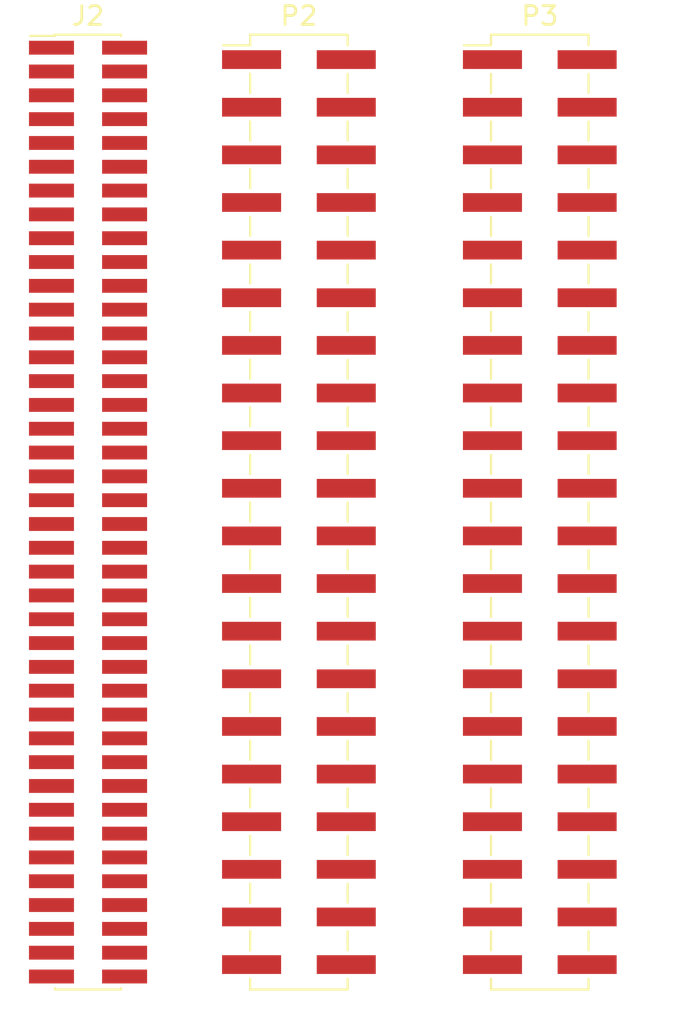
<source format=kicad_pcb>
(kicad_pcb (version 20171130) (host pcbnew 5.1.5-52549c5~84~ubuntu18.04.1)

  (general
    (thickness 1.6)
    (drawings 0)
    (tracks 0)
    (zones 0)
    (modules 3)
    (nets 100)
  )

  (page A4)
  (layers
    (0 F.Cu signal)
    (31 B.Cu signal)
    (32 B.Adhes user)
    (33 F.Adhes user)
    (34 B.Paste user)
    (35 F.Paste user)
    (36 B.SilkS user)
    (37 F.SilkS user)
    (38 B.Mask user)
    (39 F.Mask user)
    (40 Dwgs.User user)
    (41 Cmts.User user)
    (42 Eco1.User user)
    (43 Eco2.User user)
    (44 Edge.Cuts user)
    (45 Margin user)
    (46 B.CrtYd user)
    (47 F.CrtYd user)
    (48 B.Fab user)
    (49 F.Fab user)
  )

  (setup
    (last_trace_width 0.25)
    (trace_clearance 0.2)
    (zone_clearance 0.508)
    (zone_45_only no)
    (trace_min 0.2)
    (via_size 0.8)
    (via_drill 0.4)
    (via_min_size 0.4)
    (via_min_drill 0.3)
    (uvia_size 0.3)
    (uvia_drill 0.1)
    (uvias_allowed no)
    (uvia_min_size 0.2)
    (uvia_min_drill 0.1)
    (edge_width 0.05)
    (segment_width 0.2)
    (pcb_text_width 0.3)
    (pcb_text_size 1.5 1.5)
    (mod_edge_width 0.12)
    (mod_text_size 1 1)
    (mod_text_width 0.15)
    (pad_size 1.524 1.524)
    (pad_drill 0.762)
    (pad_to_mask_clearance 0.051)
    (solder_mask_min_width 0.25)
    (aux_axis_origin 0 0)
    (visible_elements FFFFFF7F)
    (pcbplotparams
      (layerselection 0x010fc_ffffffff)
      (usegerberextensions false)
      (usegerberattributes false)
      (usegerberadvancedattributes false)
      (creategerberjobfile false)
      (excludeedgelayer true)
      (linewidth 0.100000)
      (plotframeref false)
      (viasonmask false)
      (mode 1)
      (useauxorigin false)
      (hpglpennumber 1)
      (hpglpenspeed 20)
      (hpglpendiameter 15.000000)
      (psnegative false)
      (psa4output false)
      (plotreference true)
      (plotvalue true)
      (plotinvisibletext false)
      (padsonsilk false)
      (subtractmaskfromsilk false)
      (outputformat 1)
      (mirror false)
      (drillshape 1)
      (scaleselection 1)
      (outputdirectory ""))
  )

  (net 0 "")
  (net 1 GND)
  (net 2 /PLL_RSET)
  (net 3 /IO_B35_LN24)
  (net 4 /PLL_TRIG1)
  (net 5 /IO_B35_LP24)
  (net 6 /PLL_TRIG2)
  (net 7 /IO_B35_LN22)
  (net 8 /PLL_MUX)
  (net 9 /IO_B35_LP22)
  (net 10 /PLL_MOD)
  (net 11 /IO_B35_LN20)
  (net 12 /PLL_DIV_MCU)
  (net 13 /IO_B35_LP20)
  (net 14 /~BGT_CS)
  (net 15 /IO_B35_LN18)
  (net 16 /~ADC_CS)
  (net 17 /IO_B35_LP18)
  (net 18 /PLL_CS)
  (net 19 /IO_B35_LN16)
  (net 20 /MOSI)
  (net 21 /IO_B35_LP16)
  (net 22 /MISO)
  (net 23 /IO_B35_LN14)
  (net 24 /SCK)
  (net 25 /IO_B35_LP14)
  (net 26 +3V3)
  (net 27 /~CONV_START)
  (net 28 /IO_B35_LN12)
  (net 29 /DATA_READY)
  (net 30 /IO_B35_LP12)
  (net 31 /MCLKIN)
  (net 32 /IO_B35_LN10)
  (net 33 /SCLK_ADC)
  (net 34 /IO_B35_LP10)
  (net 35 /ADC_DOUT0)
  (net 36 /IO_B35_LN8)
  (net 37 /ADC_DOUT1)
  (net 38 /IO_B35_LP8)
  (net 39 /ADC_DOUT2)
  (net 40 /IO_B35_LN6)
  (net 41 /ADC_DOUT3)
  (net 42 /IO_B35_LP6)
  (net 43 /ADC_DOUT4)
  (net 44 /IO_B35_LN4)
  (net 45 /ADC_DOUT5)
  (net 46 /PLL_LE)
  (net 47 /ADC_DOUT6)
  (net 48 /~FAULT)
  (net 49 /ADC_DOUT7)
  (net 50 /~RESET\PWDN)
  (net 51 /PS_MIO13)
  (net 52 /PS_MIO15)
  (net 53 /PS_MIO12)
  (net 54 /PS_MIO14)
  (net 55 /PS_MIO9)
  (net 56 /PS_MIO11)
  (net 57 /PS_MIO8)
  (net 58 /PS_MIO10)
  (net 59 /PS_MIO0)
  (net 60 /XADC_VCC)
  (net 61 /XADC_TEMP_N)
  (net 62 /XDAC_INN0)
  (net 63 /XADC_TEMP_P)
  (net 64 /XDAC_INP0)
  (net 65 +5V)
  (net 66 "Net-(P2-Pad39)")
  (net 67 "Net-(P2-Pad38)")
  (net 68 "Net-(P2-Pad37)")
  (net 69 "Net-(P2-Pad36)")
  (net 70 "Net-(P2-Pad35)")
  (net 71 "Net-(P2-Pad32)")
  (net 72 "Net-(P2-Pad28)")
  (net 73 "Net-(P2-Pad20)")
  (net 74 "Net-(P2-Pad18)")
  (net 75 "Net-(P2-Pad17)")
  (net 76 "Net-(P2-Pad16)")
  (net 77 "Net-(P2-Pad15)")
  (net 78 "Net-(P2-Pad14)")
  (net 79 "Net-(P2-Pad13)")
  (net 80 "Net-(P2-Pad12)")
  (net 81 "Net-(P2-Pad11)")
  (net 82 "Net-(P2-Pad10)")
  (net 83 "Net-(P2-Pad9)")
  (net 84 "Net-(P2-Pad8)")
  (net 85 "Net-(P2-Pad7)")
  (net 86 "Net-(P2-Pad6)")
  (net 87 "Net-(P2-Pad4)")
  (net 88 "Net-(P2-Pad3)")
  (net 89 "Net-(P3-Pad39)")
  (net 90 "Net-(P3-Pad37)")
  (net 91 "Net-(P3-Pad35)")
  (net 92 "Net-(P3-Pad29)")
  (net 93 "Net-(P3-Pad27)")
  (net 94 "Net-(P3-Pad25)")
  (net 95 "Net-(P3-Pad23)")
  (net 96 "Net-(P3-Pad21)")
  (net 97 "Net-(P3-Pad19)")
  (net 98 "Net-(P3-Pad3)")
  (net 99 "Net-(P3-Pad2)")

  (net_class Default "This is the default net class."
    (clearance 0.2)
    (trace_width 0.25)
    (via_dia 0.8)
    (via_drill 0.4)
    (uvia_dia 0.3)
    (uvia_drill 0.1)
    (add_net +3V3)
    (add_net +5V)
    (add_net /ADC_DOUT0)
    (add_net /ADC_DOUT1)
    (add_net /ADC_DOUT2)
    (add_net /ADC_DOUT3)
    (add_net /ADC_DOUT4)
    (add_net /ADC_DOUT5)
    (add_net /ADC_DOUT6)
    (add_net /ADC_DOUT7)
    (add_net /DATA_READY)
    (add_net /IO_B35_LN10)
    (add_net /IO_B35_LN12)
    (add_net /IO_B35_LN14)
    (add_net /IO_B35_LN16)
    (add_net /IO_B35_LN18)
    (add_net /IO_B35_LN20)
    (add_net /IO_B35_LN22)
    (add_net /IO_B35_LN24)
    (add_net /IO_B35_LN4)
    (add_net /IO_B35_LN6)
    (add_net /IO_B35_LN8)
    (add_net /IO_B35_LP10)
    (add_net /IO_B35_LP12)
    (add_net /IO_B35_LP14)
    (add_net /IO_B35_LP16)
    (add_net /IO_B35_LP18)
    (add_net /IO_B35_LP20)
    (add_net /IO_B35_LP22)
    (add_net /IO_B35_LP24)
    (add_net /IO_B35_LP6)
    (add_net /IO_B35_LP8)
    (add_net /MCLKIN)
    (add_net /MISO)
    (add_net /MOSI)
    (add_net /PLL_CS)
    (add_net /PLL_DIV_MCU)
    (add_net /PLL_LE)
    (add_net /PLL_MOD)
    (add_net /PLL_MUX)
    (add_net /PLL_RSET)
    (add_net /PLL_TRIG1)
    (add_net /PLL_TRIG2)
    (add_net /PS_MIO0)
    (add_net /PS_MIO10)
    (add_net /PS_MIO11)
    (add_net /PS_MIO12)
    (add_net /PS_MIO13)
    (add_net /PS_MIO14)
    (add_net /PS_MIO15)
    (add_net /PS_MIO8)
    (add_net /PS_MIO9)
    (add_net /SCK)
    (add_net /SCLK_ADC)
    (add_net /XADC_TEMP_N)
    (add_net /XADC_TEMP_P)
    (add_net /XADC_VCC)
    (add_net /XDAC_INN0)
    (add_net /XDAC_INP0)
    (add_net /~ADC_CS)
    (add_net /~BGT_CS)
    (add_net /~CONV_START)
    (add_net /~FAULT)
    (add_net /~RESET\PWDN)
    (add_net GND)
    (add_net "Net-(P2-Pad10)")
    (add_net "Net-(P2-Pad11)")
    (add_net "Net-(P2-Pad12)")
    (add_net "Net-(P2-Pad13)")
    (add_net "Net-(P2-Pad14)")
    (add_net "Net-(P2-Pad15)")
    (add_net "Net-(P2-Pad16)")
    (add_net "Net-(P2-Pad17)")
    (add_net "Net-(P2-Pad18)")
    (add_net "Net-(P2-Pad20)")
    (add_net "Net-(P2-Pad28)")
    (add_net "Net-(P2-Pad3)")
    (add_net "Net-(P2-Pad32)")
    (add_net "Net-(P2-Pad35)")
    (add_net "Net-(P2-Pad36)")
    (add_net "Net-(P2-Pad37)")
    (add_net "Net-(P2-Pad38)")
    (add_net "Net-(P2-Pad39)")
    (add_net "Net-(P2-Pad4)")
    (add_net "Net-(P2-Pad6)")
    (add_net "Net-(P2-Pad7)")
    (add_net "Net-(P2-Pad8)")
    (add_net "Net-(P2-Pad9)")
    (add_net "Net-(P3-Pad19)")
    (add_net "Net-(P3-Pad2)")
    (add_net "Net-(P3-Pad21)")
    (add_net "Net-(P3-Pad23)")
    (add_net "Net-(P3-Pad25)")
    (add_net "Net-(P3-Pad27)")
    (add_net "Net-(P3-Pad29)")
    (add_net "Net-(P3-Pad3)")
    (add_net "Net-(P3-Pad35)")
    (add_net "Net-(P3-Pad37)")
    (add_net "Net-(P3-Pad39)")
  )

  (module Connector_PinHeader_2.54mm:PinHeader_2x20_P2.54mm_Vertical_SMD (layer F.Cu) (tedit 59FED5CC) (tstamp 5E1979F1)
    (at 157.35 89.75)
    (descr "surface-mounted straight pin header, 2x20, 2.54mm pitch, double rows")
    (tags "Surface mounted pin header SMD 2x20 2.54mm double row")
    (path /5E19432A)
    (attr smd)
    (fp_text reference P3 (at 0 -26.46) (layer F.SilkS)
      (effects (font (size 1 1) (thickness 0.15)))
    )
    (fp_text value "BLOOP SPI CONTROL" (at 0 26.46) (layer F.Fab)
      (effects (font (size 1 1) (thickness 0.15)))
    )
    (fp_text user %R (at 0 0 90) (layer F.Fab)
      (effects (font (size 1 1) (thickness 0.15)))
    )
    (fp_line (start 5.9 -25.9) (end -5.9 -25.9) (layer F.CrtYd) (width 0.05))
    (fp_line (start 5.9 25.9) (end 5.9 -25.9) (layer F.CrtYd) (width 0.05))
    (fp_line (start -5.9 25.9) (end 5.9 25.9) (layer F.CrtYd) (width 0.05))
    (fp_line (start -5.9 -25.9) (end -5.9 25.9) (layer F.CrtYd) (width 0.05))
    (fp_line (start 2.6 22.35) (end 2.6 23.37) (layer F.SilkS) (width 0.12))
    (fp_line (start -2.6 22.35) (end -2.6 23.37) (layer F.SilkS) (width 0.12))
    (fp_line (start 2.6 19.81) (end 2.6 20.83) (layer F.SilkS) (width 0.12))
    (fp_line (start -2.6 19.81) (end -2.6 20.83) (layer F.SilkS) (width 0.12))
    (fp_line (start 2.6 17.27) (end 2.6 18.29) (layer F.SilkS) (width 0.12))
    (fp_line (start -2.6 17.27) (end -2.6 18.29) (layer F.SilkS) (width 0.12))
    (fp_line (start 2.6 14.73) (end 2.6 15.75) (layer F.SilkS) (width 0.12))
    (fp_line (start -2.6 14.73) (end -2.6 15.75) (layer F.SilkS) (width 0.12))
    (fp_line (start 2.6 12.19) (end 2.6 13.21) (layer F.SilkS) (width 0.12))
    (fp_line (start -2.6 12.19) (end -2.6 13.21) (layer F.SilkS) (width 0.12))
    (fp_line (start 2.6 9.65) (end 2.6 10.67) (layer F.SilkS) (width 0.12))
    (fp_line (start -2.6 9.65) (end -2.6 10.67) (layer F.SilkS) (width 0.12))
    (fp_line (start 2.6 7.11) (end 2.6 8.13) (layer F.SilkS) (width 0.12))
    (fp_line (start -2.6 7.11) (end -2.6 8.13) (layer F.SilkS) (width 0.12))
    (fp_line (start 2.6 4.57) (end 2.6 5.59) (layer F.SilkS) (width 0.12))
    (fp_line (start -2.6 4.57) (end -2.6 5.59) (layer F.SilkS) (width 0.12))
    (fp_line (start 2.6 2.03) (end 2.6 3.05) (layer F.SilkS) (width 0.12))
    (fp_line (start -2.6 2.03) (end -2.6 3.05) (layer F.SilkS) (width 0.12))
    (fp_line (start 2.6 -0.51) (end 2.6 0.51) (layer F.SilkS) (width 0.12))
    (fp_line (start -2.6 -0.51) (end -2.6 0.51) (layer F.SilkS) (width 0.12))
    (fp_line (start 2.6 -3.05) (end 2.6 -2.03) (layer F.SilkS) (width 0.12))
    (fp_line (start -2.6 -3.05) (end -2.6 -2.03) (layer F.SilkS) (width 0.12))
    (fp_line (start 2.6 -5.59) (end 2.6 -4.57) (layer F.SilkS) (width 0.12))
    (fp_line (start -2.6 -5.59) (end -2.6 -4.57) (layer F.SilkS) (width 0.12))
    (fp_line (start 2.6 -8.13) (end 2.6 -7.11) (layer F.SilkS) (width 0.12))
    (fp_line (start -2.6 -8.13) (end -2.6 -7.11) (layer F.SilkS) (width 0.12))
    (fp_line (start 2.6 -10.67) (end 2.6 -9.65) (layer F.SilkS) (width 0.12))
    (fp_line (start -2.6 -10.67) (end -2.6 -9.65) (layer F.SilkS) (width 0.12))
    (fp_line (start 2.6 -13.21) (end 2.6 -12.19) (layer F.SilkS) (width 0.12))
    (fp_line (start -2.6 -13.21) (end -2.6 -12.19) (layer F.SilkS) (width 0.12))
    (fp_line (start 2.6 -15.75) (end 2.6 -14.73) (layer F.SilkS) (width 0.12))
    (fp_line (start -2.6 -15.75) (end -2.6 -14.73) (layer F.SilkS) (width 0.12))
    (fp_line (start 2.6 -18.29) (end 2.6 -17.27) (layer F.SilkS) (width 0.12))
    (fp_line (start -2.6 -18.29) (end -2.6 -17.27) (layer F.SilkS) (width 0.12))
    (fp_line (start 2.6 -20.83) (end 2.6 -19.81) (layer F.SilkS) (width 0.12))
    (fp_line (start -2.6 -20.83) (end -2.6 -19.81) (layer F.SilkS) (width 0.12))
    (fp_line (start 2.6 -23.37) (end 2.6 -22.35) (layer F.SilkS) (width 0.12))
    (fp_line (start -2.6 -23.37) (end -2.6 -22.35) (layer F.SilkS) (width 0.12))
    (fp_line (start 2.6 24.89) (end 2.6 25.46) (layer F.SilkS) (width 0.12))
    (fp_line (start -2.6 24.89) (end -2.6 25.46) (layer F.SilkS) (width 0.12))
    (fp_line (start 2.6 -25.46) (end 2.6 -24.89) (layer F.SilkS) (width 0.12))
    (fp_line (start -2.6 -25.46) (end -2.6 -24.89) (layer F.SilkS) (width 0.12))
    (fp_line (start -4.04 -24.89) (end -2.6 -24.89) (layer F.SilkS) (width 0.12))
    (fp_line (start -2.6 25.46) (end 2.6 25.46) (layer F.SilkS) (width 0.12))
    (fp_line (start -2.6 -25.46) (end 2.6 -25.46) (layer F.SilkS) (width 0.12))
    (fp_line (start 3.6 24.45) (end 2.54 24.45) (layer F.Fab) (width 0.1))
    (fp_line (start 3.6 23.81) (end 3.6 24.45) (layer F.Fab) (width 0.1))
    (fp_line (start 2.54 23.81) (end 3.6 23.81) (layer F.Fab) (width 0.1))
    (fp_line (start -3.6 24.45) (end -2.54 24.45) (layer F.Fab) (width 0.1))
    (fp_line (start -3.6 23.81) (end -3.6 24.45) (layer F.Fab) (width 0.1))
    (fp_line (start -2.54 23.81) (end -3.6 23.81) (layer F.Fab) (width 0.1))
    (fp_line (start 3.6 21.91) (end 2.54 21.91) (layer F.Fab) (width 0.1))
    (fp_line (start 3.6 21.27) (end 3.6 21.91) (layer F.Fab) (width 0.1))
    (fp_line (start 2.54 21.27) (end 3.6 21.27) (layer F.Fab) (width 0.1))
    (fp_line (start -3.6 21.91) (end -2.54 21.91) (layer F.Fab) (width 0.1))
    (fp_line (start -3.6 21.27) (end -3.6 21.91) (layer F.Fab) (width 0.1))
    (fp_line (start -2.54 21.27) (end -3.6 21.27) (layer F.Fab) (width 0.1))
    (fp_line (start 3.6 19.37) (end 2.54 19.37) (layer F.Fab) (width 0.1))
    (fp_line (start 3.6 18.73) (end 3.6 19.37) (layer F.Fab) (width 0.1))
    (fp_line (start 2.54 18.73) (end 3.6 18.73) (layer F.Fab) (width 0.1))
    (fp_line (start -3.6 19.37) (end -2.54 19.37) (layer F.Fab) (width 0.1))
    (fp_line (start -3.6 18.73) (end -3.6 19.37) (layer F.Fab) (width 0.1))
    (fp_line (start -2.54 18.73) (end -3.6 18.73) (layer F.Fab) (width 0.1))
    (fp_line (start 3.6 16.83) (end 2.54 16.83) (layer F.Fab) (width 0.1))
    (fp_line (start 3.6 16.19) (end 3.6 16.83) (layer F.Fab) (width 0.1))
    (fp_line (start 2.54 16.19) (end 3.6 16.19) (layer F.Fab) (width 0.1))
    (fp_line (start -3.6 16.83) (end -2.54 16.83) (layer F.Fab) (width 0.1))
    (fp_line (start -3.6 16.19) (end -3.6 16.83) (layer F.Fab) (width 0.1))
    (fp_line (start -2.54 16.19) (end -3.6 16.19) (layer F.Fab) (width 0.1))
    (fp_line (start 3.6 14.29) (end 2.54 14.29) (layer F.Fab) (width 0.1))
    (fp_line (start 3.6 13.65) (end 3.6 14.29) (layer F.Fab) (width 0.1))
    (fp_line (start 2.54 13.65) (end 3.6 13.65) (layer F.Fab) (width 0.1))
    (fp_line (start -3.6 14.29) (end -2.54 14.29) (layer F.Fab) (width 0.1))
    (fp_line (start -3.6 13.65) (end -3.6 14.29) (layer F.Fab) (width 0.1))
    (fp_line (start -2.54 13.65) (end -3.6 13.65) (layer F.Fab) (width 0.1))
    (fp_line (start 3.6 11.75) (end 2.54 11.75) (layer F.Fab) (width 0.1))
    (fp_line (start 3.6 11.11) (end 3.6 11.75) (layer F.Fab) (width 0.1))
    (fp_line (start 2.54 11.11) (end 3.6 11.11) (layer F.Fab) (width 0.1))
    (fp_line (start -3.6 11.75) (end -2.54 11.75) (layer F.Fab) (width 0.1))
    (fp_line (start -3.6 11.11) (end -3.6 11.75) (layer F.Fab) (width 0.1))
    (fp_line (start -2.54 11.11) (end -3.6 11.11) (layer F.Fab) (width 0.1))
    (fp_line (start 3.6 9.21) (end 2.54 9.21) (layer F.Fab) (width 0.1))
    (fp_line (start 3.6 8.57) (end 3.6 9.21) (layer F.Fab) (width 0.1))
    (fp_line (start 2.54 8.57) (end 3.6 8.57) (layer F.Fab) (width 0.1))
    (fp_line (start -3.6 9.21) (end -2.54 9.21) (layer F.Fab) (width 0.1))
    (fp_line (start -3.6 8.57) (end -3.6 9.21) (layer F.Fab) (width 0.1))
    (fp_line (start -2.54 8.57) (end -3.6 8.57) (layer F.Fab) (width 0.1))
    (fp_line (start 3.6 6.67) (end 2.54 6.67) (layer F.Fab) (width 0.1))
    (fp_line (start 3.6 6.03) (end 3.6 6.67) (layer F.Fab) (width 0.1))
    (fp_line (start 2.54 6.03) (end 3.6 6.03) (layer F.Fab) (width 0.1))
    (fp_line (start -3.6 6.67) (end -2.54 6.67) (layer F.Fab) (width 0.1))
    (fp_line (start -3.6 6.03) (end -3.6 6.67) (layer F.Fab) (width 0.1))
    (fp_line (start -2.54 6.03) (end -3.6 6.03) (layer F.Fab) (width 0.1))
    (fp_line (start 3.6 4.13) (end 2.54 4.13) (layer F.Fab) (width 0.1))
    (fp_line (start 3.6 3.49) (end 3.6 4.13) (layer F.Fab) (width 0.1))
    (fp_line (start 2.54 3.49) (end 3.6 3.49) (layer F.Fab) (width 0.1))
    (fp_line (start -3.6 4.13) (end -2.54 4.13) (layer F.Fab) (width 0.1))
    (fp_line (start -3.6 3.49) (end -3.6 4.13) (layer F.Fab) (width 0.1))
    (fp_line (start -2.54 3.49) (end -3.6 3.49) (layer F.Fab) (width 0.1))
    (fp_line (start 3.6 1.59) (end 2.54 1.59) (layer F.Fab) (width 0.1))
    (fp_line (start 3.6 0.95) (end 3.6 1.59) (layer F.Fab) (width 0.1))
    (fp_line (start 2.54 0.95) (end 3.6 0.95) (layer F.Fab) (width 0.1))
    (fp_line (start -3.6 1.59) (end -2.54 1.59) (layer F.Fab) (width 0.1))
    (fp_line (start -3.6 0.95) (end -3.6 1.59) (layer F.Fab) (width 0.1))
    (fp_line (start -2.54 0.95) (end -3.6 0.95) (layer F.Fab) (width 0.1))
    (fp_line (start 3.6 -0.95) (end 2.54 -0.95) (layer F.Fab) (width 0.1))
    (fp_line (start 3.6 -1.59) (end 3.6 -0.95) (layer F.Fab) (width 0.1))
    (fp_line (start 2.54 -1.59) (end 3.6 -1.59) (layer F.Fab) (width 0.1))
    (fp_line (start -3.6 -0.95) (end -2.54 -0.95) (layer F.Fab) (width 0.1))
    (fp_line (start -3.6 -1.59) (end -3.6 -0.95) (layer F.Fab) (width 0.1))
    (fp_line (start -2.54 -1.59) (end -3.6 -1.59) (layer F.Fab) (width 0.1))
    (fp_line (start 3.6 -3.49) (end 2.54 -3.49) (layer F.Fab) (width 0.1))
    (fp_line (start 3.6 -4.13) (end 3.6 -3.49) (layer F.Fab) (width 0.1))
    (fp_line (start 2.54 -4.13) (end 3.6 -4.13) (layer F.Fab) (width 0.1))
    (fp_line (start -3.6 -3.49) (end -2.54 -3.49) (layer F.Fab) (width 0.1))
    (fp_line (start -3.6 -4.13) (end -3.6 -3.49) (layer F.Fab) (width 0.1))
    (fp_line (start -2.54 -4.13) (end -3.6 -4.13) (layer F.Fab) (width 0.1))
    (fp_line (start 3.6 -6.03) (end 2.54 -6.03) (layer F.Fab) (width 0.1))
    (fp_line (start 3.6 -6.67) (end 3.6 -6.03) (layer F.Fab) (width 0.1))
    (fp_line (start 2.54 -6.67) (end 3.6 -6.67) (layer F.Fab) (width 0.1))
    (fp_line (start -3.6 -6.03) (end -2.54 -6.03) (layer F.Fab) (width 0.1))
    (fp_line (start -3.6 -6.67) (end -3.6 -6.03) (layer F.Fab) (width 0.1))
    (fp_line (start -2.54 -6.67) (end -3.6 -6.67) (layer F.Fab) (width 0.1))
    (fp_line (start 3.6 -8.57) (end 2.54 -8.57) (layer F.Fab) (width 0.1))
    (fp_line (start 3.6 -9.21) (end 3.6 -8.57) (layer F.Fab) (width 0.1))
    (fp_line (start 2.54 -9.21) (end 3.6 -9.21) (layer F.Fab) (width 0.1))
    (fp_line (start -3.6 -8.57) (end -2.54 -8.57) (layer F.Fab) (width 0.1))
    (fp_line (start -3.6 -9.21) (end -3.6 -8.57) (layer F.Fab) (width 0.1))
    (fp_line (start -2.54 -9.21) (end -3.6 -9.21) (layer F.Fab) (width 0.1))
    (fp_line (start 3.6 -11.11) (end 2.54 -11.11) (layer F.Fab) (width 0.1))
    (fp_line (start 3.6 -11.75) (end 3.6 -11.11) (layer F.Fab) (width 0.1))
    (fp_line (start 2.54 -11.75) (end 3.6 -11.75) (layer F.Fab) (width 0.1))
    (fp_line (start -3.6 -11.11) (end -2.54 -11.11) (layer F.Fab) (width 0.1))
    (fp_line (start -3.6 -11.75) (end -3.6 -11.11) (layer F.Fab) (width 0.1))
    (fp_line (start -2.54 -11.75) (end -3.6 -11.75) (layer F.Fab) (width 0.1))
    (fp_line (start 3.6 -13.65) (end 2.54 -13.65) (layer F.Fab) (width 0.1))
    (fp_line (start 3.6 -14.29) (end 3.6 -13.65) (layer F.Fab) (width 0.1))
    (fp_line (start 2.54 -14.29) (end 3.6 -14.29) (layer F.Fab) (width 0.1))
    (fp_line (start -3.6 -13.65) (end -2.54 -13.65) (layer F.Fab) (width 0.1))
    (fp_line (start -3.6 -14.29) (end -3.6 -13.65) (layer F.Fab) (width 0.1))
    (fp_line (start -2.54 -14.29) (end -3.6 -14.29) (layer F.Fab) (width 0.1))
    (fp_line (start 3.6 -16.19) (end 2.54 -16.19) (layer F.Fab) (width 0.1))
    (fp_line (start 3.6 -16.83) (end 3.6 -16.19) (layer F.Fab) (width 0.1))
    (fp_line (start 2.54 -16.83) (end 3.6 -16.83) (layer F.Fab) (width 0.1))
    (fp_line (start -3.6 -16.19) (end -2.54 -16.19) (layer F.Fab) (width 0.1))
    (fp_line (start -3.6 -16.83) (end -3.6 -16.19) (layer F.Fab) (width 0.1))
    (fp_line (start -2.54 -16.83) (end -3.6 -16.83) (layer F.Fab) (width 0.1))
    (fp_line (start 3.6 -18.73) (end 2.54 -18.73) (layer F.Fab) (width 0.1))
    (fp_line (start 3.6 -19.37) (end 3.6 -18.73) (layer F.Fab) (width 0.1))
    (fp_line (start 2.54 -19.37) (end 3.6 -19.37) (layer F.Fab) (width 0.1))
    (fp_line (start -3.6 -18.73) (end -2.54 -18.73) (layer F.Fab) (width 0.1))
    (fp_line (start -3.6 -19.37) (end -3.6 -18.73) (layer F.Fab) (width 0.1))
    (fp_line (start -2.54 -19.37) (end -3.6 -19.37) (layer F.Fab) (width 0.1))
    (fp_line (start 3.6 -21.27) (end 2.54 -21.27) (layer F.Fab) (width 0.1))
    (fp_line (start 3.6 -21.91) (end 3.6 -21.27) (layer F.Fab) (width 0.1))
    (fp_line (start 2.54 -21.91) (end 3.6 -21.91) (layer F.Fab) (width 0.1))
    (fp_line (start -3.6 -21.27) (end -2.54 -21.27) (layer F.Fab) (width 0.1))
    (fp_line (start -3.6 -21.91) (end -3.6 -21.27) (layer F.Fab) (width 0.1))
    (fp_line (start -2.54 -21.91) (end -3.6 -21.91) (layer F.Fab) (width 0.1))
    (fp_line (start 3.6 -23.81) (end 2.54 -23.81) (layer F.Fab) (width 0.1))
    (fp_line (start 3.6 -24.45) (end 3.6 -23.81) (layer F.Fab) (width 0.1))
    (fp_line (start 2.54 -24.45) (end 3.6 -24.45) (layer F.Fab) (width 0.1))
    (fp_line (start -3.6 -23.81) (end -2.54 -23.81) (layer F.Fab) (width 0.1))
    (fp_line (start -3.6 -24.45) (end -3.6 -23.81) (layer F.Fab) (width 0.1))
    (fp_line (start -2.54 -24.45) (end -3.6 -24.45) (layer F.Fab) (width 0.1))
    (fp_line (start 2.54 -25.4) (end 2.54 25.4) (layer F.Fab) (width 0.1))
    (fp_line (start -2.54 -24.45) (end -1.59 -25.4) (layer F.Fab) (width 0.1))
    (fp_line (start -2.54 25.4) (end -2.54 -24.45) (layer F.Fab) (width 0.1))
    (fp_line (start -1.59 -25.4) (end 2.54 -25.4) (layer F.Fab) (width 0.1))
    (fp_line (start 2.54 25.4) (end -2.54 25.4) (layer F.Fab) (width 0.1))
    (pad 40 smd rect (at 2.525 24.13) (size 3.15 1) (layers F.Cu F.Paste F.Mask)
      (net 1 GND))
    (pad 39 smd rect (at -2.525 24.13) (size 3.15 1) (layers F.Cu F.Paste F.Mask)
      (net 89 "Net-(P3-Pad39)"))
    (pad 38 smd rect (at 2.525 21.59) (size 3.15 1) (layers F.Cu F.Paste F.Mask)
      (net 1 GND))
    (pad 37 smd rect (at -2.525 21.59) (size 3.15 1) (layers F.Cu F.Paste F.Mask)
      (net 90 "Net-(P3-Pad37)"))
    (pad 36 smd rect (at 2.525 19.05) (size 3.15 1) (layers F.Cu F.Paste F.Mask)
      (net 1 GND))
    (pad 35 smd rect (at -2.525 19.05) (size 3.15 1) (layers F.Cu F.Paste F.Mask)
      (net 91 "Net-(P3-Pad35)"))
    (pad 34 smd rect (at 2.525 16.51) (size 3.15 1) (layers F.Cu F.Paste F.Mask)
      (net 1 GND))
    (pad 33 smd rect (at -2.525 16.51) (size 3.15 1) (layers F.Cu F.Paste F.Mask)
      (net 50 /~RESET\PWDN))
    (pad 32 smd rect (at 2.525 13.97) (size 3.15 1) (layers F.Cu F.Paste F.Mask)
      (net 1 GND))
    (pad 31 smd rect (at -2.525 13.97) (size 3.15 1) (layers F.Cu F.Paste F.Mask)
      (net 48 /~FAULT))
    (pad 30 smd rect (at 2.525 11.43) (size 3.15 1) (layers F.Cu F.Paste F.Mask)
      (net 1 GND))
    (pad 29 smd rect (at -2.525 11.43) (size 3.15 1) (layers F.Cu F.Paste F.Mask)
      (net 92 "Net-(P3-Pad29)"))
    (pad 28 smd rect (at 2.525 8.89) (size 3.15 1) (layers F.Cu F.Paste F.Mask)
      (net 1 GND))
    (pad 27 smd rect (at -2.525 8.89) (size 3.15 1) (layers F.Cu F.Paste F.Mask)
      (net 93 "Net-(P3-Pad27)"))
    (pad 26 smd rect (at 2.525 6.35) (size 3.15 1) (layers F.Cu F.Paste F.Mask)
      (net 1 GND))
    (pad 25 smd rect (at -2.525 6.35) (size 3.15 1) (layers F.Cu F.Paste F.Mask)
      (net 94 "Net-(P3-Pad25)"))
    (pad 24 smd rect (at 2.525 3.81) (size 3.15 1) (layers F.Cu F.Paste F.Mask)
      (net 1 GND))
    (pad 23 smd rect (at -2.525 3.81) (size 3.15 1) (layers F.Cu F.Paste F.Mask)
      (net 95 "Net-(P3-Pad23)"))
    (pad 22 smd rect (at 2.525 1.27) (size 3.15 1) (layers F.Cu F.Paste F.Mask)
      (net 1 GND))
    (pad 21 smd rect (at -2.525 1.27) (size 3.15 1) (layers F.Cu F.Paste F.Mask)
      (net 96 "Net-(P3-Pad21)"))
    (pad 20 smd rect (at 2.525 -1.27) (size 3.15 1) (layers F.Cu F.Paste F.Mask)
      (net 20 /MOSI))
    (pad 19 smd rect (at -2.525 -1.27) (size 3.15 1) (layers F.Cu F.Paste F.Mask)
      (net 97 "Net-(P3-Pad19)"))
    (pad 18 smd rect (at 2.525 -3.81) (size 3.15 1) (layers F.Cu F.Paste F.Mask)
      (net 22 /MISO))
    (pad 17 smd rect (at -2.525 -3.81) (size 3.15 1) (layers F.Cu F.Paste F.Mask)
      (net 18 /PLL_CS))
    (pad 16 smd rect (at 2.525 -6.35) (size 3.15 1) (layers F.Cu F.Paste F.Mask)
      (net 24 /SCK))
    (pad 15 smd rect (at -2.525 -6.35) (size 3.15 1) (layers F.Cu F.Paste F.Mask)
      (net 12 /PLL_DIV_MCU))
    (pad 14 smd rect (at 2.525 -8.89) (size 3.15 1) (layers F.Cu F.Paste F.Mask)
      (net 27 /~CONV_START))
    (pad 13 smd rect (at -2.525 -8.89) (size 3.15 1) (layers F.Cu F.Paste F.Mask)
      (net 46 /PLL_LE))
    (pad 12 smd rect (at 2.525 -11.43) (size 3.15 1) (layers F.Cu F.Paste F.Mask)
      (net 33 /SCLK_ADC))
    (pad 11 smd rect (at -2.525 -11.43) (size 3.15 1) (layers F.Cu F.Paste F.Mask)
      (net 49 /ADC_DOUT7))
    (pad 10 smd rect (at 2.525 -13.97) (size 3.15 1) (layers F.Cu F.Paste F.Mask)
      (net 41 /ADC_DOUT3))
    (pad 9 smd rect (at -2.525 -13.97) (size 3.15 1) (layers F.Cu F.Paste F.Mask)
      (net 47 /ADC_DOUT6))
    (pad 8 smd rect (at 2.525 -16.51) (size 3.15 1) (layers F.Cu F.Paste F.Mask)
      (net 39 /ADC_DOUT2))
    (pad 7 smd rect (at -2.525 -16.51) (size 3.15 1) (layers F.Cu F.Paste F.Mask)
      (net 45 /ADC_DOUT5))
    (pad 6 smd rect (at 2.525 -19.05) (size 3.15 1) (layers F.Cu F.Paste F.Mask)
      (net 37 /ADC_DOUT1))
    (pad 5 smd rect (at -2.525 -19.05) (size 3.15 1) (layers F.Cu F.Paste F.Mask)
      (net 43 /ADC_DOUT4))
    (pad 4 smd rect (at 2.525 -21.59) (size 3.15 1) (layers F.Cu F.Paste F.Mask)
      (net 35 /ADC_DOUT0))
    (pad 3 smd rect (at -2.525 -21.59) (size 3.15 1) (layers F.Cu F.Paste F.Mask)
      (net 98 "Net-(P3-Pad3)"))
    (pad 2 smd rect (at 2.525 -24.13) (size 3.15 1) (layers F.Cu F.Paste F.Mask)
      (net 99 "Net-(P3-Pad2)"))
    (pad 1 smd rect (at -2.525 -24.13) (size 3.15 1) (layers F.Cu F.Paste F.Mask)
      (net 1 GND))
    (model ${KISYS3DMOD}/Connector_PinHeader_2.54mm.3dshapes/PinHeader_2x20_P2.54mm_Vertical_SMD.wrl
      (at (xyz 0 0 0))
      (scale (xyz 1 1 1))
      (rotate (xyz 0 0 0))
    )
  )

  (module Connector_PinHeader_2.54mm:PinHeader_2x20_P2.54mm_Vertical_SMD (layer F.Cu) (tedit 59FED5CC) (tstamp 5E197916)
    (at 144.5 89.75)
    (descr "surface-mounted straight pin header, 2x20, 2.54mm pitch, double rows")
    (tags "Surface mounted pin header SMD 2x20 2.54mm double row")
    (path /5E1984AC)
    (attr smd)
    (fp_text reference P2 (at 0 -26.46) (layer F.SilkS)
      (effects (font (size 1 1) (thickness 0.15)))
    )
    (fp_text value "BLOOP SPI CONTROL" (at 0 26.46) (layer F.Fab)
      (effects (font (size 1 1) (thickness 0.15)))
    )
    (fp_text user %R (at 0 0 90) (layer F.Fab)
      (effects (font (size 1 1) (thickness 0.15)))
    )
    (fp_line (start 5.9 -25.9) (end -5.9 -25.9) (layer F.CrtYd) (width 0.05))
    (fp_line (start 5.9 25.9) (end 5.9 -25.9) (layer F.CrtYd) (width 0.05))
    (fp_line (start -5.9 25.9) (end 5.9 25.9) (layer F.CrtYd) (width 0.05))
    (fp_line (start -5.9 -25.9) (end -5.9 25.9) (layer F.CrtYd) (width 0.05))
    (fp_line (start 2.6 22.35) (end 2.6 23.37) (layer F.SilkS) (width 0.12))
    (fp_line (start -2.6 22.35) (end -2.6 23.37) (layer F.SilkS) (width 0.12))
    (fp_line (start 2.6 19.81) (end 2.6 20.83) (layer F.SilkS) (width 0.12))
    (fp_line (start -2.6 19.81) (end -2.6 20.83) (layer F.SilkS) (width 0.12))
    (fp_line (start 2.6 17.27) (end 2.6 18.29) (layer F.SilkS) (width 0.12))
    (fp_line (start -2.6 17.27) (end -2.6 18.29) (layer F.SilkS) (width 0.12))
    (fp_line (start 2.6 14.73) (end 2.6 15.75) (layer F.SilkS) (width 0.12))
    (fp_line (start -2.6 14.73) (end -2.6 15.75) (layer F.SilkS) (width 0.12))
    (fp_line (start 2.6 12.19) (end 2.6 13.21) (layer F.SilkS) (width 0.12))
    (fp_line (start -2.6 12.19) (end -2.6 13.21) (layer F.SilkS) (width 0.12))
    (fp_line (start 2.6 9.65) (end 2.6 10.67) (layer F.SilkS) (width 0.12))
    (fp_line (start -2.6 9.65) (end -2.6 10.67) (layer F.SilkS) (width 0.12))
    (fp_line (start 2.6 7.11) (end 2.6 8.13) (layer F.SilkS) (width 0.12))
    (fp_line (start -2.6 7.11) (end -2.6 8.13) (layer F.SilkS) (width 0.12))
    (fp_line (start 2.6 4.57) (end 2.6 5.59) (layer F.SilkS) (width 0.12))
    (fp_line (start -2.6 4.57) (end -2.6 5.59) (layer F.SilkS) (width 0.12))
    (fp_line (start 2.6 2.03) (end 2.6 3.05) (layer F.SilkS) (width 0.12))
    (fp_line (start -2.6 2.03) (end -2.6 3.05) (layer F.SilkS) (width 0.12))
    (fp_line (start 2.6 -0.51) (end 2.6 0.51) (layer F.SilkS) (width 0.12))
    (fp_line (start -2.6 -0.51) (end -2.6 0.51) (layer F.SilkS) (width 0.12))
    (fp_line (start 2.6 -3.05) (end 2.6 -2.03) (layer F.SilkS) (width 0.12))
    (fp_line (start -2.6 -3.05) (end -2.6 -2.03) (layer F.SilkS) (width 0.12))
    (fp_line (start 2.6 -5.59) (end 2.6 -4.57) (layer F.SilkS) (width 0.12))
    (fp_line (start -2.6 -5.59) (end -2.6 -4.57) (layer F.SilkS) (width 0.12))
    (fp_line (start 2.6 -8.13) (end 2.6 -7.11) (layer F.SilkS) (width 0.12))
    (fp_line (start -2.6 -8.13) (end -2.6 -7.11) (layer F.SilkS) (width 0.12))
    (fp_line (start 2.6 -10.67) (end 2.6 -9.65) (layer F.SilkS) (width 0.12))
    (fp_line (start -2.6 -10.67) (end -2.6 -9.65) (layer F.SilkS) (width 0.12))
    (fp_line (start 2.6 -13.21) (end 2.6 -12.19) (layer F.SilkS) (width 0.12))
    (fp_line (start -2.6 -13.21) (end -2.6 -12.19) (layer F.SilkS) (width 0.12))
    (fp_line (start 2.6 -15.75) (end 2.6 -14.73) (layer F.SilkS) (width 0.12))
    (fp_line (start -2.6 -15.75) (end -2.6 -14.73) (layer F.SilkS) (width 0.12))
    (fp_line (start 2.6 -18.29) (end 2.6 -17.27) (layer F.SilkS) (width 0.12))
    (fp_line (start -2.6 -18.29) (end -2.6 -17.27) (layer F.SilkS) (width 0.12))
    (fp_line (start 2.6 -20.83) (end 2.6 -19.81) (layer F.SilkS) (width 0.12))
    (fp_line (start -2.6 -20.83) (end -2.6 -19.81) (layer F.SilkS) (width 0.12))
    (fp_line (start 2.6 -23.37) (end 2.6 -22.35) (layer F.SilkS) (width 0.12))
    (fp_line (start -2.6 -23.37) (end -2.6 -22.35) (layer F.SilkS) (width 0.12))
    (fp_line (start 2.6 24.89) (end 2.6 25.46) (layer F.SilkS) (width 0.12))
    (fp_line (start -2.6 24.89) (end -2.6 25.46) (layer F.SilkS) (width 0.12))
    (fp_line (start 2.6 -25.46) (end 2.6 -24.89) (layer F.SilkS) (width 0.12))
    (fp_line (start -2.6 -25.46) (end -2.6 -24.89) (layer F.SilkS) (width 0.12))
    (fp_line (start -4.04 -24.89) (end -2.6 -24.89) (layer F.SilkS) (width 0.12))
    (fp_line (start -2.6 25.46) (end 2.6 25.46) (layer F.SilkS) (width 0.12))
    (fp_line (start -2.6 -25.46) (end 2.6 -25.46) (layer F.SilkS) (width 0.12))
    (fp_line (start 3.6 24.45) (end 2.54 24.45) (layer F.Fab) (width 0.1))
    (fp_line (start 3.6 23.81) (end 3.6 24.45) (layer F.Fab) (width 0.1))
    (fp_line (start 2.54 23.81) (end 3.6 23.81) (layer F.Fab) (width 0.1))
    (fp_line (start -3.6 24.45) (end -2.54 24.45) (layer F.Fab) (width 0.1))
    (fp_line (start -3.6 23.81) (end -3.6 24.45) (layer F.Fab) (width 0.1))
    (fp_line (start -2.54 23.81) (end -3.6 23.81) (layer F.Fab) (width 0.1))
    (fp_line (start 3.6 21.91) (end 2.54 21.91) (layer F.Fab) (width 0.1))
    (fp_line (start 3.6 21.27) (end 3.6 21.91) (layer F.Fab) (width 0.1))
    (fp_line (start 2.54 21.27) (end 3.6 21.27) (layer F.Fab) (width 0.1))
    (fp_line (start -3.6 21.91) (end -2.54 21.91) (layer F.Fab) (width 0.1))
    (fp_line (start -3.6 21.27) (end -3.6 21.91) (layer F.Fab) (width 0.1))
    (fp_line (start -2.54 21.27) (end -3.6 21.27) (layer F.Fab) (width 0.1))
    (fp_line (start 3.6 19.37) (end 2.54 19.37) (layer F.Fab) (width 0.1))
    (fp_line (start 3.6 18.73) (end 3.6 19.37) (layer F.Fab) (width 0.1))
    (fp_line (start 2.54 18.73) (end 3.6 18.73) (layer F.Fab) (width 0.1))
    (fp_line (start -3.6 19.37) (end -2.54 19.37) (layer F.Fab) (width 0.1))
    (fp_line (start -3.6 18.73) (end -3.6 19.37) (layer F.Fab) (width 0.1))
    (fp_line (start -2.54 18.73) (end -3.6 18.73) (layer F.Fab) (width 0.1))
    (fp_line (start 3.6 16.83) (end 2.54 16.83) (layer F.Fab) (width 0.1))
    (fp_line (start 3.6 16.19) (end 3.6 16.83) (layer F.Fab) (width 0.1))
    (fp_line (start 2.54 16.19) (end 3.6 16.19) (layer F.Fab) (width 0.1))
    (fp_line (start -3.6 16.83) (end -2.54 16.83) (layer F.Fab) (width 0.1))
    (fp_line (start -3.6 16.19) (end -3.6 16.83) (layer F.Fab) (width 0.1))
    (fp_line (start -2.54 16.19) (end -3.6 16.19) (layer F.Fab) (width 0.1))
    (fp_line (start 3.6 14.29) (end 2.54 14.29) (layer F.Fab) (width 0.1))
    (fp_line (start 3.6 13.65) (end 3.6 14.29) (layer F.Fab) (width 0.1))
    (fp_line (start 2.54 13.65) (end 3.6 13.65) (layer F.Fab) (width 0.1))
    (fp_line (start -3.6 14.29) (end -2.54 14.29) (layer F.Fab) (width 0.1))
    (fp_line (start -3.6 13.65) (end -3.6 14.29) (layer F.Fab) (width 0.1))
    (fp_line (start -2.54 13.65) (end -3.6 13.65) (layer F.Fab) (width 0.1))
    (fp_line (start 3.6 11.75) (end 2.54 11.75) (layer F.Fab) (width 0.1))
    (fp_line (start 3.6 11.11) (end 3.6 11.75) (layer F.Fab) (width 0.1))
    (fp_line (start 2.54 11.11) (end 3.6 11.11) (layer F.Fab) (width 0.1))
    (fp_line (start -3.6 11.75) (end -2.54 11.75) (layer F.Fab) (width 0.1))
    (fp_line (start -3.6 11.11) (end -3.6 11.75) (layer F.Fab) (width 0.1))
    (fp_line (start -2.54 11.11) (end -3.6 11.11) (layer F.Fab) (width 0.1))
    (fp_line (start 3.6 9.21) (end 2.54 9.21) (layer F.Fab) (width 0.1))
    (fp_line (start 3.6 8.57) (end 3.6 9.21) (layer F.Fab) (width 0.1))
    (fp_line (start 2.54 8.57) (end 3.6 8.57) (layer F.Fab) (width 0.1))
    (fp_line (start -3.6 9.21) (end -2.54 9.21) (layer F.Fab) (width 0.1))
    (fp_line (start -3.6 8.57) (end -3.6 9.21) (layer F.Fab) (width 0.1))
    (fp_line (start -2.54 8.57) (end -3.6 8.57) (layer F.Fab) (width 0.1))
    (fp_line (start 3.6 6.67) (end 2.54 6.67) (layer F.Fab) (width 0.1))
    (fp_line (start 3.6 6.03) (end 3.6 6.67) (layer F.Fab) (width 0.1))
    (fp_line (start 2.54 6.03) (end 3.6 6.03) (layer F.Fab) (width 0.1))
    (fp_line (start -3.6 6.67) (end -2.54 6.67) (layer F.Fab) (width 0.1))
    (fp_line (start -3.6 6.03) (end -3.6 6.67) (layer F.Fab) (width 0.1))
    (fp_line (start -2.54 6.03) (end -3.6 6.03) (layer F.Fab) (width 0.1))
    (fp_line (start 3.6 4.13) (end 2.54 4.13) (layer F.Fab) (width 0.1))
    (fp_line (start 3.6 3.49) (end 3.6 4.13) (layer F.Fab) (width 0.1))
    (fp_line (start 2.54 3.49) (end 3.6 3.49) (layer F.Fab) (width 0.1))
    (fp_line (start -3.6 4.13) (end -2.54 4.13) (layer F.Fab) (width 0.1))
    (fp_line (start -3.6 3.49) (end -3.6 4.13) (layer F.Fab) (width 0.1))
    (fp_line (start -2.54 3.49) (end -3.6 3.49) (layer F.Fab) (width 0.1))
    (fp_line (start 3.6 1.59) (end 2.54 1.59) (layer F.Fab) (width 0.1))
    (fp_line (start 3.6 0.95) (end 3.6 1.59) (layer F.Fab) (width 0.1))
    (fp_line (start 2.54 0.95) (end 3.6 0.95) (layer F.Fab) (width 0.1))
    (fp_line (start -3.6 1.59) (end -2.54 1.59) (layer F.Fab) (width 0.1))
    (fp_line (start -3.6 0.95) (end -3.6 1.59) (layer F.Fab) (width 0.1))
    (fp_line (start -2.54 0.95) (end -3.6 0.95) (layer F.Fab) (width 0.1))
    (fp_line (start 3.6 -0.95) (end 2.54 -0.95) (layer F.Fab) (width 0.1))
    (fp_line (start 3.6 -1.59) (end 3.6 -0.95) (layer F.Fab) (width 0.1))
    (fp_line (start 2.54 -1.59) (end 3.6 -1.59) (layer F.Fab) (width 0.1))
    (fp_line (start -3.6 -0.95) (end -2.54 -0.95) (layer F.Fab) (width 0.1))
    (fp_line (start -3.6 -1.59) (end -3.6 -0.95) (layer F.Fab) (width 0.1))
    (fp_line (start -2.54 -1.59) (end -3.6 -1.59) (layer F.Fab) (width 0.1))
    (fp_line (start 3.6 -3.49) (end 2.54 -3.49) (layer F.Fab) (width 0.1))
    (fp_line (start 3.6 -4.13) (end 3.6 -3.49) (layer F.Fab) (width 0.1))
    (fp_line (start 2.54 -4.13) (end 3.6 -4.13) (layer F.Fab) (width 0.1))
    (fp_line (start -3.6 -3.49) (end -2.54 -3.49) (layer F.Fab) (width 0.1))
    (fp_line (start -3.6 -4.13) (end -3.6 -3.49) (layer F.Fab) (width 0.1))
    (fp_line (start -2.54 -4.13) (end -3.6 -4.13) (layer F.Fab) (width 0.1))
    (fp_line (start 3.6 -6.03) (end 2.54 -6.03) (layer F.Fab) (width 0.1))
    (fp_line (start 3.6 -6.67) (end 3.6 -6.03) (layer F.Fab) (width 0.1))
    (fp_line (start 2.54 -6.67) (end 3.6 -6.67) (layer F.Fab) (width 0.1))
    (fp_line (start -3.6 -6.03) (end -2.54 -6.03) (layer F.Fab) (width 0.1))
    (fp_line (start -3.6 -6.67) (end -3.6 -6.03) (layer F.Fab) (width 0.1))
    (fp_line (start -2.54 -6.67) (end -3.6 -6.67) (layer F.Fab) (width 0.1))
    (fp_line (start 3.6 -8.57) (end 2.54 -8.57) (layer F.Fab) (width 0.1))
    (fp_line (start 3.6 -9.21) (end 3.6 -8.57) (layer F.Fab) (width 0.1))
    (fp_line (start 2.54 -9.21) (end 3.6 -9.21) (layer F.Fab) (width 0.1))
    (fp_line (start -3.6 -8.57) (end -2.54 -8.57) (layer F.Fab) (width 0.1))
    (fp_line (start -3.6 -9.21) (end -3.6 -8.57) (layer F.Fab) (width 0.1))
    (fp_line (start -2.54 -9.21) (end -3.6 -9.21) (layer F.Fab) (width 0.1))
    (fp_line (start 3.6 -11.11) (end 2.54 -11.11) (layer F.Fab) (width 0.1))
    (fp_line (start 3.6 -11.75) (end 3.6 -11.11) (layer F.Fab) (width 0.1))
    (fp_line (start 2.54 -11.75) (end 3.6 -11.75) (layer F.Fab) (width 0.1))
    (fp_line (start -3.6 -11.11) (end -2.54 -11.11) (layer F.Fab) (width 0.1))
    (fp_line (start -3.6 -11.75) (end -3.6 -11.11) (layer F.Fab) (width 0.1))
    (fp_line (start -2.54 -11.75) (end -3.6 -11.75) (layer F.Fab) (width 0.1))
    (fp_line (start 3.6 -13.65) (end 2.54 -13.65) (layer F.Fab) (width 0.1))
    (fp_line (start 3.6 -14.29) (end 3.6 -13.65) (layer F.Fab) (width 0.1))
    (fp_line (start 2.54 -14.29) (end 3.6 -14.29) (layer F.Fab) (width 0.1))
    (fp_line (start -3.6 -13.65) (end -2.54 -13.65) (layer F.Fab) (width 0.1))
    (fp_line (start -3.6 -14.29) (end -3.6 -13.65) (layer F.Fab) (width 0.1))
    (fp_line (start -2.54 -14.29) (end -3.6 -14.29) (layer F.Fab) (width 0.1))
    (fp_line (start 3.6 -16.19) (end 2.54 -16.19) (layer F.Fab) (width 0.1))
    (fp_line (start 3.6 -16.83) (end 3.6 -16.19) (layer F.Fab) (width 0.1))
    (fp_line (start 2.54 -16.83) (end 3.6 -16.83) (layer F.Fab) (width 0.1))
    (fp_line (start -3.6 -16.19) (end -2.54 -16.19) (layer F.Fab) (width 0.1))
    (fp_line (start -3.6 -16.83) (end -3.6 -16.19) (layer F.Fab) (width 0.1))
    (fp_line (start -2.54 -16.83) (end -3.6 -16.83) (layer F.Fab) (width 0.1))
    (fp_line (start 3.6 -18.73) (end 2.54 -18.73) (layer F.Fab) (width 0.1))
    (fp_line (start 3.6 -19.37) (end 3.6 -18.73) (layer F.Fab) (width 0.1))
    (fp_line (start 2.54 -19.37) (end 3.6 -19.37) (layer F.Fab) (width 0.1))
    (fp_line (start -3.6 -18.73) (end -2.54 -18.73) (layer F.Fab) (width 0.1))
    (fp_line (start -3.6 -19.37) (end -3.6 -18.73) (layer F.Fab) (width 0.1))
    (fp_line (start -2.54 -19.37) (end -3.6 -19.37) (layer F.Fab) (width 0.1))
    (fp_line (start 3.6 -21.27) (end 2.54 -21.27) (layer F.Fab) (width 0.1))
    (fp_line (start 3.6 -21.91) (end 3.6 -21.27) (layer F.Fab) (width 0.1))
    (fp_line (start 2.54 -21.91) (end 3.6 -21.91) (layer F.Fab) (width 0.1))
    (fp_line (start -3.6 -21.27) (end -2.54 -21.27) (layer F.Fab) (width 0.1))
    (fp_line (start -3.6 -21.91) (end -3.6 -21.27) (layer F.Fab) (width 0.1))
    (fp_line (start -2.54 -21.91) (end -3.6 -21.91) (layer F.Fab) (width 0.1))
    (fp_line (start 3.6 -23.81) (end 2.54 -23.81) (layer F.Fab) (width 0.1))
    (fp_line (start 3.6 -24.45) (end 3.6 -23.81) (layer F.Fab) (width 0.1))
    (fp_line (start 2.54 -24.45) (end 3.6 -24.45) (layer F.Fab) (width 0.1))
    (fp_line (start -3.6 -23.81) (end -2.54 -23.81) (layer F.Fab) (width 0.1))
    (fp_line (start -3.6 -24.45) (end -3.6 -23.81) (layer F.Fab) (width 0.1))
    (fp_line (start -2.54 -24.45) (end -3.6 -24.45) (layer F.Fab) (width 0.1))
    (fp_line (start 2.54 -25.4) (end 2.54 25.4) (layer F.Fab) (width 0.1))
    (fp_line (start -2.54 -24.45) (end -1.59 -25.4) (layer F.Fab) (width 0.1))
    (fp_line (start -2.54 25.4) (end -2.54 -24.45) (layer F.Fab) (width 0.1))
    (fp_line (start -1.59 -25.4) (end 2.54 -25.4) (layer F.Fab) (width 0.1))
    (fp_line (start 2.54 25.4) (end -2.54 25.4) (layer F.Fab) (width 0.1))
    (pad 40 smd rect (at 2.525 24.13) (size 3.15 1) (layers F.Cu F.Paste F.Mask)
      (net 1 GND))
    (pad 39 smd rect (at -2.525 24.13) (size 3.15 1) (layers F.Cu F.Paste F.Mask)
      (net 66 "Net-(P2-Pad39)"))
    (pad 38 smd rect (at 2.525 21.59) (size 3.15 1) (layers F.Cu F.Paste F.Mask)
      (net 67 "Net-(P2-Pad38)"))
    (pad 37 smd rect (at -2.525 21.59) (size 3.15 1) (layers F.Cu F.Paste F.Mask)
      (net 68 "Net-(P2-Pad37)"))
    (pad 36 smd rect (at 2.525 19.05) (size 3.15 1) (layers F.Cu F.Paste F.Mask)
      (net 69 "Net-(P2-Pad36)"))
    (pad 35 smd rect (at -2.525 19.05) (size 3.15 1) (layers F.Cu F.Paste F.Mask)
      (net 70 "Net-(P2-Pad35)"))
    (pad 34 smd rect (at 2.525 16.51) (size 3.15 1) (layers F.Cu F.Paste F.Mask)
      (net 1 GND))
    (pad 33 smd rect (at -2.525 16.51) (size 3.15 1) (layers F.Cu F.Paste F.Mask)
      (net 14 /~BGT_CS))
    (pad 32 smd rect (at 2.525 13.97) (size 3.15 1) (layers F.Cu F.Paste F.Mask)
      (net 71 "Net-(P2-Pad32)"))
    (pad 31 smd rect (at -2.525 13.97) (size 3.15 1) (layers F.Cu F.Paste F.Mask)
      (net 16 /~ADC_CS))
    (pad 30 smd rect (at 2.525 11.43) (size 3.15 1) (layers F.Cu F.Paste F.Mask)
      (net 1 GND))
    (pad 29 smd rect (at -2.525 11.43) (size 3.15 1) (layers F.Cu F.Paste F.Mask)
      (net 4 /PLL_TRIG1))
    (pad 28 smd rect (at 2.525 8.89) (size 3.15 1) (layers F.Cu F.Paste F.Mask)
      (net 72 "Net-(P2-Pad28)"))
    (pad 27 smd rect (at -2.525 8.89) (size 3.15 1) (layers F.Cu F.Paste F.Mask)
      (net 6 /PLL_TRIG2))
    (pad 26 smd rect (at 2.525 6.35) (size 3.15 1) (layers F.Cu F.Paste F.Mask)
      (net 1 GND))
    (pad 25 smd rect (at -2.525 6.35) (size 3.15 1) (layers F.Cu F.Paste F.Mask)
      (net 2 /PLL_RSET))
    (pad 24 smd rect (at 2.525 3.81) (size 3.15 1) (layers F.Cu F.Paste F.Mask)
      (net 1 GND))
    (pad 23 smd rect (at -2.525 3.81) (size 3.15 1) (layers F.Cu F.Paste F.Mask)
      (net 8 /PLL_MUX))
    (pad 22 smd rect (at 2.525 1.27) (size 3.15 1) (layers F.Cu F.Paste F.Mask)
      (net 1 GND))
    (pad 21 smd rect (at -2.525 1.27) (size 3.15 1) (layers F.Cu F.Paste F.Mask)
      (net 10 /PLL_MOD))
    (pad 20 smd rect (at 2.525 -1.27) (size 3.15 1) (layers F.Cu F.Paste F.Mask)
      (net 73 "Net-(P2-Pad20)"))
    (pad 19 smd rect (at -2.525 -1.27) (size 3.15 1) (layers F.Cu F.Paste F.Mask)
      (net 1 GND))
    (pad 18 smd rect (at 2.525 -3.81) (size 3.15 1) (layers F.Cu F.Paste F.Mask)
      (net 74 "Net-(P2-Pad18)"))
    (pad 17 smd rect (at -2.525 -3.81) (size 3.15 1) (layers F.Cu F.Paste F.Mask)
      (net 75 "Net-(P2-Pad17)"))
    (pad 16 smd rect (at 2.525 -6.35) (size 3.15 1) (layers F.Cu F.Paste F.Mask)
      (net 76 "Net-(P2-Pad16)"))
    (pad 15 smd rect (at -2.525 -6.35) (size 3.15 1) (layers F.Cu F.Paste F.Mask)
      (net 77 "Net-(P2-Pad15)"))
    (pad 14 smd rect (at 2.525 -8.89) (size 3.15 1) (layers F.Cu F.Paste F.Mask)
      (net 78 "Net-(P2-Pad14)"))
    (pad 13 smd rect (at -2.525 -8.89) (size 3.15 1) (layers F.Cu F.Paste F.Mask)
      (net 79 "Net-(P2-Pad13)"))
    (pad 12 smd rect (at 2.525 -11.43) (size 3.15 1) (layers F.Cu F.Paste F.Mask)
      (net 80 "Net-(P2-Pad12)"))
    (pad 11 smd rect (at -2.525 -11.43) (size 3.15 1) (layers F.Cu F.Paste F.Mask)
      (net 81 "Net-(P2-Pad11)"))
    (pad 10 smd rect (at 2.525 -13.97) (size 3.15 1) (layers F.Cu F.Paste F.Mask)
      (net 82 "Net-(P2-Pad10)"))
    (pad 9 smd rect (at -2.525 -13.97) (size 3.15 1) (layers F.Cu F.Paste F.Mask)
      (net 83 "Net-(P2-Pad9)"))
    (pad 8 smd rect (at 2.525 -16.51) (size 3.15 1) (layers F.Cu F.Paste F.Mask)
      (net 84 "Net-(P2-Pad8)"))
    (pad 7 smd rect (at -2.525 -16.51) (size 3.15 1) (layers F.Cu F.Paste F.Mask)
      (net 85 "Net-(P2-Pad7)"))
    (pad 6 smd rect (at 2.525 -19.05) (size 3.15 1) (layers F.Cu F.Paste F.Mask)
      (net 86 "Net-(P2-Pad6)"))
    (pad 5 smd rect (at -2.525 -19.05) (size 3.15 1) (layers F.Cu F.Paste F.Mask)
      (net 31 /MCLKIN))
    (pad 4 smd rect (at 2.525 -21.59) (size 3.15 1) (layers F.Cu F.Paste F.Mask)
      (net 87 "Net-(P2-Pad4)"))
    (pad 3 smd rect (at -2.525 -21.59) (size 3.15 1) (layers F.Cu F.Paste F.Mask)
      (net 88 "Net-(P2-Pad3)"))
    (pad 2 smd rect (at 2.525 -24.13) (size 3.15 1) (layers F.Cu F.Paste F.Mask)
      (net 1 GND))
    (pad 1 smd rect (at -2.525 -24.13) (size 3.15 1) (layers F.Cu F.Paste F.Mask)
      (net 29 /DATA_READY))
    (model ${KISYS3DMOD}/Connector_PinHeader_2.54mm.3dshapes/PinHeader_2x20_P2.54mm_Vertical_SMD.wrl
      (at (xyz 0 0 0))
      (scale (xyz 1 1 1))
      (rotate (xyz 0 0 0))
    )
  )

  (module Connector_PinHeader_1.27mm:PinHeader_2x40_P1.27mm_Vertical_SMD (layer F.Cu) (tedit 59FED6E4) (tstamp 5E19783B)
    (at 133.25 89.75)
    (descr "surface-mounted straight pin header, 2x40, 1.27mm pitch, double rows")
    (tags "Surface mounted pin header SMD 2x40 1.27mm double row")
    (path /5D86CEC6)
    (attr smd)
    (fp_text reference J2 (at 0 -26.46) (layer F.SilkS)
      (effects (font (size 1 1) (thickness 0.15)))
    )
    (fp_text value "Z-Turn CN2" (at 0 26.46) (layer F.Fab)
      (effects (font (size 1 1) (thickness 0.15)))
    )
    (fp_text user %R (at 0 0 90) (layer F.Fab)
      (effects (font (size 1 1) (thickness 0.15)))
    )
    (fp_line (start 4.3 -25.9) (end -4.3 -25.9) (layer F.CrtYd) (width 0.05))
    (fp_line (start 4.3 25.9) (end 4.3 -25.9) (layer F.CrtYd) (width 0.05))
    (fp_line (start -4.3 25.9) (end 4.3 25.9) (layer F.CrtYd) (width 0.05))
    (fp_line (start -4.3 -25.9) (end -4.3 25.9) (layer F.CrtYd) (width 0.05))
    (fp_line (start 1.765 25.395) (end 1.765 25.46) (layer F.SilkS) (width 0.12))
    (fp_line (start -1.765 25.395) (end -1.765 25.46) (layer F.SilkS) (width 0.12))
    (fp_line (start 1.765 -25.46) (end 1.765 -25.395) (layer F.SilkS) (width 0.12))
    (fp_line (start -1.765 -25.46) (end -1.765 -25.395) (layer F.SilkS) (width 0.12))
    (fp_line (start -3.09 -25.395) (end -1.765 -25.395) (layer F.SilkS) (width 0.12))
    (fp_line (start -1.765 25.46) (end 1.765 25.46) (layer F.SilkS) (width 0.12))
    (fp_line (start -1.765 -25.46) (end 1.765 -25.46) (layer F.SilkS) (width 0.12))
    (fp_line (start 2.75 24.965) (end 1.705 24.965) (layer F.Fab) (width 0.1))
    (fp_line (start 2.75 24.565) (end 2.75 24.965) (layer F.Fab) (width 0.1))
    (fp_line (start 1.705 24.565) (end 2.75 24.565) (layer F.Fab) (width 0.1))
    (fp_line (start -2.75 24.965) (end -1.705 24.965) (layer F.Fab) (width 0.1))
    (fp_line (start -2.75 24.565) (end -2.75 24.965) (layer F.Fab) (width 0.1))
    (fp_line (start -1.705 24.565) (end -2.75 24.565) (layer F.Fab) (width 0.1))
    (fp_line (start 2.75 23.695) (end 1.705 23.695) (layer F.Fab) (width 0.1))
    (fp_line (start 2.75 23.295) (end 2.75 23.695) (layer F.Fab) (width 0.1))
    (fp_line (start 1.705 23.295) (end 2.75 23.295) (layer F.Fab) (width 0.1))
    (fp_line (start -2.75 23.695) (end -1.705 23.695) (layer F.Fab) (width 0.1))
    (fp_line (start -2.75 23.295) (end -2.75 23.695) (layer F.Fab) (width 0.1))
    (fp_line (start -1.705 23.295) (end -2.75 23.295) (layer F.Fab) (width 0.1))
    (fp_line (start 2.75 22.425) (end 1.705 22.425) (layer F.Fab) (width 0.1))
    (fp_line (start 2.75 22.025) (end 2.75 22.425) (layer F.Fab) (width 0.1))
    (fp_line (start 1.705 22.025) (end 2.75 22.025) (layer F.Fab) (width 0.1))
    (fp_line (start -2.75 22.425) (end -1.705 22.425) (layer F.Fab) (width 0.1))
    (fp_line (start -2.75 22.025) (end -2.75 22.425) (layer F.Fab) (width 0.1))
    (fp_line (start -1.705 22.025) (end -2.75 22.025) (layer F.Fab) (width 0.1))
    (fp_line (start 2.75 21.155) (end 1.705 21.155) (layer F.Fab) (width 0.1))
    (fp_line (start 2.75 20.755) (end 2.75 21.155) (layer F.Fab) (width 0.1))
    (fp_line (start 1.705 20.755) (end 2.75 20.755) (layer F.Fab) (width 0.1))
    (fp_line (start -2.75 21.155) (end -1.705 21.155) (layer F.Fab) (width 0.1))
    (fp_line (start -2.75 20.755) (end -2.75 21.155) (layer F.Fab) (width 0.1))
    (fp_line (start -1.705 20.755) (end -2.75 20.755) (layer F.Fab) (width 0.1))
    (fp_line (start 2.75 19.885) (end 1.705 19.885) (layer F.Fab) (width 0.1))
    (fp_line (start 2.75 19.485) (end 2.75 19.885) (layer F.Fab) (width 0.1))
    (fp_line (start 1.705 19.485) (end 2.75 19.485) (layer F.Fab) (width 0.1))
    (fp_line (start -2.75 19.885) (end -1.705 19.885) (layer F.Fab) (width 0.1))
    (fp_line (start -2.75 19.485) (end -2.75 19.885) (layer F.Fab) (width 0.1))
    (fp_line (start -1.705 19.485) (end -2.75 19.485) (layer F.Fab) (width 0.1))
    (fp_line (start 2.75 18.615) (end 1.705 18.615) (layer F.Fab) (width 0.1))
    (fp_line (start 2.75 18.215) (end 2.75 18.615) (layer F.Fab) (width 0.1))
    (fp_line (start 1.705 18.215) (end 2.75 18.215) (layer F.Fab) (width 0.1))
    (fp_line (start -2.75 18.615) (end -1.705 18.615) (layer F.Fab) (width 0.1))
    (fp_line (start -2.75 18.215) (end -2.75 18.615) (layer F.Fab) (width 0.1))
    (fp_line (start -1.705 18.215) (end -2.75 18.215) (layer F.Fab) (width 0.1))
    (fp_line (start 2.75 17.345) (end 1.705 17.345) (layer F.Fab) (width 0.1))
    (fp_line (start 2.75 16.945) (end 2.75 17.345) (layer F.Fab) (width 0.1))
    (fp_line (start 1.705 16.945) (end 2.75 16.945) (layer F.Fab) (width 0.1))
    (fp_line (start -2.75 17.345) (end -1.705 17.345) (layer F.Fab) (width 0.1))
    (fp_line (start -2.75 16.945) (end -2.75 17.345) (layer F.Fab) (width 0.1))
    (fp_line (start -1.705 16.945) (end -2.75 16.945) (layer F.Fab) (width 0.1))
    (fp_line (start 2.75 16.075) (end 1.705 16.075) (layer F.Fab) (width 0.1))
    (fp_line (start 2.75 15.675) (end 2.75 16.075) (layer F.Fab) (width 0.1))
    (fp_line (start 1.705 15.675) (end 2.75 15.675) (layer F.Fab) (width 0.1))
    (fp_line (start -2.75 16.075) (end -1.705 16.075) (layer F.Fab) (width 0.1))
    (fp_line (start -2.75 15.675) (end -2.75 16.075) (layer F.Fab) (width 0.1))
    (fp_line (start -1.705 15.675) (end -2.75 15.675) (layer F.Fab) (width 0.1))
    (fp_line (start 2.75 14.805) (end 1.705 14.805) (layer F.Fab) (width 0.1))
    (fp_line (start 2.75 14.405) (end 2.75 14.805) (layer F.Fab) (width 0.1))
    (fp_line (start 1.705 14.405) (end 2.75 14.405) (layer F.Fab) (width 0.1))
    (fp_line (start -2.75 14.805) (end -1.705 14.805) (layer F.Fab) (width 0.1))
    (fp_line (start -2.75 14.405) (end -2.75 14.805) (layer F.Fab) (width 0.1))
    (fp_line (start -1.705 14.405) (end -2.75 14.405) (layer F.Fab) (width 0.1))
    (fp_line (start 2.75 13.535) (end 1.705 13.535) (layer F.Fab) (width 0.1))
    (fp_line (start 2.75 13.135) (end 2.75 13.535) (layer F.Fab) (width 0.1))
    (fp_line (start 1.705 13.135) (end 2.75 13.135) (layer F.Fab) (width 0.1))
    (fp_line (start -2.75 13.535) (end -1.705 13.535) (layer F.Fab) (width 0.1))
    (fp_line (start -2.75 13.135) (end -2.75 13.535) (layer F.Fab) (width 0.1))
    (fp_line (start -1.705 13.135) (end -2.75 13.135) (layer F.Fab) (width 0.1))
    (fp_line (start 2.75 12.265) (end 1.705 12.265) (layer F.Fab) (width 0.1))
    (fp_line (start 2.75 11.865) (end 2.75 12.265) (layer F.Fab) (width 0.1))
    (fp_line (start 1.705 11.865) (end 2.75 11.865) (layer F.Fab) (width 0.1))
    (fp_line (start -2.75 12.265) (end -1.705 12.265) (layer F.Fab) (width 0.1))
    (fp_line (start -2.75 11.865) (end -2.75 12.265) (layer F.Fab) (width 0.1))
    (fp_line (start -1.705 11.865) (end -2.75 11.865) (layer F.Fab) (width 0.1))
    (fp_line (start 2.75 10.995) (end 1.705 10.995) (layer F.Fab) (width 0.1))
    (fp_line (start 2.75 10.595) (end 2.75 10.995) (layer F.Fab) (width 0.1))
    (fp_line (start 1.705 10.595) (end 2.75 10.595) (layer F.Fab) (width 0.1))
    (fp_line (start -2.75 10.995) (end -1.705 10.995) (layer F.Fab) (width 0.1))
    (fp_line (start -2.75 10.595) (end -2.75 10.995) (layer F.Fab) (width 0.1))
    (fp_line (start -1.705 10.595) (end -2.75 10.595) (layer F.Fab) (width 0.1))
    (fp_line (start 2.75 9.725) (end 1.705 9.725) (layer F.Fab) (width 0.1))
    (fp_line (start 2.75 9.325) (end 2.75 9.725) (layer F.Fab) (width 0.1))
    (fp_line (start 1.705 9.325) (end 2.75 9.325) (layer F.Fab) (width 0.1))
    (fp_line (start -2.75 9.725) (end -1.705 9.725) (layer F.Fab) (width 0.1))
    (fp_line (start -2.75 9.325) (end -2.75 9.725) (layer F.Fab) (width 0.1))
    (fp_line (start -1.705 9.325) (end -2.75 9.325) (layer F.Fab) (width 0.1))
    (fp_line (start 2.75 8.455) (end 1.705 8.455) (layer F.Fab) (width 0.1))
    (fp_line (start 2.75 8.055) (end 2.75 8.455) (layer F.Fab) (width 0.1))
    (fp_line (start 1.705 8.055) (end 2.75 8.055) (layer F.Fab) (width 0.1))
    (fp_line (start -2.75 8.455) (end -1.705 8.455) (layer F.Fab) (width 0.1))
    (fp_line (start -2.75 8.055) (end -2.75 8.455) (layer F.Fab) (width 0.1))
    (fp_line (start -1.705 8.055) (end -2.75 8.055) (layer F.Fab) (width 0.1))
    (fp_line (start 2.75 7.185) (end 1.705 7.185) (layer F.Fab) (width 0.1))
    (fp_line (start 2.75 6.785) (end 2.75 7.185) (layer F.Fab) (width 0.1))
    (fp_line (start 1.705 6.785) (end 2.75 6.785) (layer F.Fab) (width 0.1))
    (fp_line (start -2.75 7.185) (end -1.705 7.185) (layer F.Fab) (width 0.1))
    (fp_line (start -2.75 6.785) (end -2.75 7.185) (layer F.Fab) (width 0.1))
    (fp_line (start -1.705 6.785) (end -2.75 6.785) (layer F.Fab) (width 0.1))
    (fp_line (start 2.75 5.915) (end 1.705 5.915) (layer F.Fab) (width 0.1))
    (fp_line (start 2.75 5.515) (end 2.75 5.915) (layer F.Fab) (width 0.1))
    (fp_line (start 1.705 5.515) (end 2.75 5.515) (layer F.Fab) (width 0.1))
    (fp_line (start -2.75 5.915) (end -1.705 5.915) (layer F.Fab) (width 0.1))
    (fp_line (start -2.75 5.515) (end -2.75 5.915) (layer F.Fab) (width 0.1))
    (fp_line (start -1.705 5.515) (end -2.75 5.515) (layer F.Fab) (width 0.1))
    (fp_line (start 2.75 4.645) (end 1.705 4.645) (layer F.Fab) (width 0.1))
    (fp_line (start 2.75 4.245) (end 2.75 4.645) (layer F.Fab) (width 0.1))
    (fp_line (start 1.705 4.245) (end 2.75 4.245) (layer F.Fab) (width 0.1))
    (fp_line (start -2.75 4.645) (end -1.705 4.645) (layer F.Fab) (width 0.1))
    (fp_line (start -2.75 4.245) (end -2.75 4.645) (layer F.Fab) (width 0.1))
    (fp_line (start -1.705 4.245) (end -2.75 4.245) (layer F.Fab) (width 0.1))
    (fp_line (start 2.75 3.375) (end 1.705 3.375) (layer F.Fab) (width 0.1))
    (fp_line (start 2.75 2.975) (end 2.75 3.375) (layer F.Fab) (width 0.1))
    (fp_line (start 1.705 2.975) (end 2.75 2.975) (layer F.Fab) (width 0.1))
    (fp_line (start -2.75 3.375) (end -1.705 3.375) (layer F.Fab) (width 0.1))
    (fp_line (start -2.75 2.975) (end -2.75 3.375) (layer F.Fab) (width 0.1))
    (fp_line (start -1.705 2.975) (end -2.75 2.975) (layer F.Fab) (width 0.1))
    (fp_line (start 2.75 2.105) (end 1.705 2.105) (layer F.Fab) (width 0.1))
    (fp_line (start 2.75 1.705) (end 2.75 2.105) (layer F.Fab) (width 0.1))
    (fp_line (start 1.705 1.705) (end 2.75 1.705) (layer F.Fab) (width 0.1))
    (fp_line (start -2.75 2.105) (end -1.705 2.105) (layer F.Fab) (width 0.1))
    (fp_line (start -2.75 1.705) (end -2.75 2.105) (layer F.Fab) (width 0.1))
    (fp_line (start -1.705 1.705) (end -2.75 1.705) (layer F.Fab) (width 0.1))
    (fp_line (start 2.75 0.835) (end 1.705 0.835) (layer F.Fab) (width 0.1))
    (fp_line (start 2.75 0.435) (end 2.75 0.835) (layer F.Fab) (width 0.1))
    (fp_line (start 1.705 0.435) (end 2.75 0.435) (layer F.Fab) (width 0.1))
    (fp_line (start -2.75 0.835) (end -1.705 0.835) (layer F.Fab) (width 0.1))
    (fp_line (start -2.75 0.435) (end -2.75 0.835) (layer F.Fab) (width 0.1))
    (fp_line (start -1.705 0.435) (end -2.75 0.435) (layer F.Fab) (width 0.1))
    (fp_line (start 2.75 -0.435) (end 1.705 -0.435) (layer F.Fab) (width 0.1))
    (fp_line (start 2.75 -0.835) (end 2.75 -0.435) (layer F.Fab) (width 0.1))
    (fp_line (start 1.705 -0.835) (end 2.75 -0.835) (layer F.Fab) (width 0.1))
    (fp_line (start -2.75 -0.435) (end -1.705 -0.435) (layer F.Fab) (width 0.1))
    (fp_line (start -2.75 -0.835) (end -2.75 -0.435) (layer F.Fab) (width 0.1))
    (fp_line (start -1.705 -0.835) (end -2.75 -0.835) (layer F.Fab) (width 0.1))
    (fp_line (start 2.75 -1.705) (end 1.705 -1.705) (layer F.Fab) (width 0.1))
    (fp_line (start 2.75 -2.105) (end 2.75 -1.705) (layer F.Fab) (width 0.1))
    (fp_line (start 1.705 -2.105) (end 2.75 -2.105) (layer F.Fab) (width 0.1))
    (fp_line (start -2.75 -1.705) (end -1.705 -1.705) (layer F.Fab) (width 0.1))
    (fp_line (start -2.75 -2.105) (end -2.75 -1.705) (layer F.Fab) (width 0.1))
    (fp_line (start -1.705 -2.105) (end -2.75 -2.105) (layer F.Fab) (width 0.1))
    (fp_line (start 2.75 -2.975) (end 1.705 -2.975) (layer F.Fab) (width 0.1))
    (fp_line (start 2.75 -3.375) (end 2.75 -2.975) (layer F.Fab) (width 0.1))
    (fp_line (start 1.705 -3.375) (end 2.75 -3.375) (layer F.Fab) (width 0.1))
    (fp_line (start -2.75 -2.975) (end -1.705 -2.975) (layer F.Fab) (width 0.1))
    (fp_line (start -2.75 -3.375) (end -2.75 -2.975) (layer F.Fab) (width 0.1))
    (fp_line (start -1.705 -3.375) (end -2.75 -3.375) (layer F.Fab) (width 0.1))
    (fp_line (start 2.75 -4.245) (end 1.705 -4.245) (layer F.Fab) (width 0.1))
    (fp_line (start 2.75 -4.645) (end 2.75 -4.245) (layer F.Fab) (width 0.1))
    (fp_line (start 1.705 -4.645) (end 2.75 -4.645) (layer F.Fab) (width 0.1))
    (fp_line (start -2.75 -4.245) (end -1.705 -4.245) (layer F.Fab) (width 0.1))
    (fp_line (start -2.75 -4.645) (end -2.75 -4.245) (layer F.Fab) (width 0.1))
    (fp_line (start -1.705 -4.645) (end -2.75 -4.645) (layer F.Fab) (width 0.1))
    (fp_line (start 2.75 -5.515) (end 1.705 -5.515) (layer F.Fab) (width 0.1))
    (fp_line (start 2.75 -5.915) (end 2.75 -5.515) (layer F.Fab) (width 0.1))
    (fp_line (start 1.705 -5.915) (end 2.75 -5.915) (layer F.Fab) (width 0.1))
    (fp_line (start -2.75 -5.515) (end -1.705 -5.515) (layer F.Fab) (width 0.1))
    (fp_line (start -2.75 -5.915) (end -2.75 -5.515) (layer F.Fab) (width 0.1))
    (fp_line (start -1.705 -5.915) (end -2.75 -5.915) (layer F.Fab) (width 0.1))
    (fp_line (start 2.75 -6.785) (end 1.705 -6.785) (layer F.Fab) (width 0.1))
    (fp_line (start 2.75 -7.185) (end 2.75 -6.785) (layer F.Fab) (width 0.1))
    (fp_line (start 1.705 -7.185) (end 2.75 -7.185) (layer F.Fab) (width 0.1))
    (fp_line (start -2.75 -6.785) (end -1.705 -6.785) (layer F.Fab) (width 0.1))
    (fp_line (start -2.75 -7.185) (end -2.75 -6.785) (layer F.Fab) (width 0.1))
    (fp_line (start -1.705 -7.185) (end -2.75 -7.185) (layer F.Fab) (width 0.1))
    (fp_line (start 2.75 -8.055) (end 1.705 -8.055) (layer F.Fab) (width 0.1))
    (fp_line (start 2.75 -8.455) (end 2.75 -8.055) (layer F.Fab) (width 0.1))
    (fp_line (start 1.705 -8.455) (end 2.75 -8.455) (layer F.Fab) (width 0.1))
    (fp_line (start -2.75 -8.055) (end -1.705 -8.055) (layer F.Fab) (width 0.1))
    (fp_line (start -2.75 -8.455) (end -2.75 -8.055) (layer F.Fab) (width 0.1))
    (fp_line (start -1.705 -8.455) (end -2.75 -8.455) (layer F.Fab) (width 0.1))
    (fp_line (start 2.75 -9.325) (end 1.705 -9.325) (layer F.Fab) (width 0.1))
    (fp_line (start 2.75 -9.725) (end 2.75 -9.325) (layer F.Fab) (width 0.1))
    (fp_line (start 1.705 -9.725) (end 2.75 -9.725) (layer F.Fab) (width 0.1))
    (fp_line (start -2.75 -9.325) (end -1.705 -9.325) (layer F.Fab) (width 0.1))
    (fp_line (start -2.75 -9.725) (end -2.75 -9.325) (layer F.Fab) (width 0.1))
    (fp_line (start -1.705 -9.725) (end -2.75 -9.725) (layer F.Fab) (width 0.1))
    (fp_line (start 2.75 -10.595) (end 1.705 -10.595) (layer F.Fab) (width 0.1))
    (fp_line (start 2.75 -10.995) (end 2.75 -10.595) (layer F.Fab) (width 0.1))
    (fp_line (start 1.705 -10.995) (end 2.75 -10.995) (layer F.Fab) (width 0.1))
    (fp_line (start -2.75 -10.595) (end -1.705 -10.595) (layer F.Fab) (width 0.1))
    (fp_line (start -2.75 -10.995) (end -2.75 -10.595) (layer F.Fab) (width 0.1))
    (fp_line (start -1.705 -10.995) (end -2.75 -10.995) (layer F.Fab) (width 0.1))
    (fp_line (start 2.75 -11.865) (end 1.705 -11.865) (layer F.Fab) (width 0.1))
    (fp_line (start 2.75 -12.265) (end 2.75 -11.865) (layer F.Fab) (width 0.1))
    (fp_line (start 1.705 -12.265) (end 2.75 -12.265) (layer F.Fab) (width 0.1))
    (fp_line (start -2.75 -11.865) (end -1.705 -11.865) (layer F.Fab) (width 0.1))
    (fp_line (start -2.75 -12.265) (end -2.75 -11.865) (layer F.Fab) (width 0.1))
    (fp_line (start -1.705 -12.265) (end -2.75 -12.265) (layer F.Fab) (width 0.1))
    (fp_line (start 2.75 -13.135) (end 1.705 -13.135) (layer F.Fab) (width 0.1))
    (fp_line (start 2.75 -13.535) (end 2.75 -13.135) (layer F.Fab) (width 0.1))
    (fp_line (start 1.705 -13.535) (end 2.75 -13.535) (layer F.Fab) (width 0.1))
    (fp_line (start -2.75 -13.135) (end -1.705 -13.135) (layer F.Fab) (width 0.1))
    (fp_line (start -2.75 -13.535) (end -2.75 -13.135) (layer F.Fab) (width 0.1))
    (fp_line (start -1.705 -13.535) (end -2.75 -13.535) (layer F.Fab) (width 0.1))
    (fp_line (start 2.75 -14.405) (end 1.705 -14.405) (layer F.Fab) (width 0.1))
    (fp_line (start 2.75 -14.805) (end 2.75 -14.405) (layer F.Fab) (width 0.1))
    (fp_line (start 1.705 -14.805) (end 2.75 -14.805) (layer F.Fab) (width 0.1))
    (fp_line (start -2.75 -14.405) (end -1.705 -14.405) (layer F.Fab) (width 0.1))
    (fp_line (start -2.75 -14.805) (end -2.75 -14.405) (layer F.Fab) (width 0.1))
    (fp_line (start -1.705 -14.805) (end -2.75 -14.805) (layer F.Fab) (width 0.1))
    (fp_line (start 2.75 -15.675) (end 1.705 -15.675) (layer F.Fab) (width 0.1))
    (fp_line (start 2.75 -16.075) (end 2.75 -15.675) (layer F.Fab) (width 0.1))
    (fp_line (start 1.705 -16.075) (end 2.75 -16.075) (layer F.Fab) (width 0.1))
    (fp_line (start -2.75 -15.675) (end -1.705 -15.675) (layer F.Fab) (width 0.1))
    (fp_line (start -2.75 -16.075) (end -2.75 -15.675) (layer F.Fab) (width 0.1))
    (fp_line (start -1.705 -16.075) (end -2.75 -16.075) (layer F.Fab) (width 0.1))
    (fp_line (start 2.75 -16.945) (end 1.705 -16.945) (layer F.Fab) (width 0.1))
    (fp_line (start 2.75 -17.345) (end 2.75 -16.945) (layer F.Fab) (width 0.1))
    (fp_line (start 1.705 -17.345) (end 2.75 -17.345) (layer F.Fab) (width 0.1))
    (fp_line (start -2.75 -16.945) (end -1.705 -16.945) (layer F.Fab) (width 0.1))
    (fp_line (start -2.75 -17.345) (end -2.75 -16.945) (layer F.Fab) (width 0.1))
    (fp_line (start -1.705 -17.345) (end -2.75 -17.345) (layer F.Fab) (width 0.1))
    (fp_line (start 2.75 -18.215) (end 1.705 -18.215) (layer F.Fab) (width 0.1))
    (fp_line (start 2.75 -18.615) (end 2.75 -18.215) (layer F.Fab) (width 0.1))
    (fp_line (start 1.705 -18.615) (end 2.75 -18.615) (layer F.Fab) (width 0.1))
    (fp_line (start -2.75 -18.215) (end -1.705 -18.215) (layer F.Fab) (width 0.1))
    (fp_line (start -2.75 -18.615) (end -2.75 -18.215) (layer F.Fab) (width 0.1))
    (fp_line (start -1.705 -18.615) (end -2.75 -18.615) (layer F.Fab) (width 0.1))
    (fp_line (start 2.75 -19.485) (end 1.705 -19.485) (layer F.Fab) (width 0.1))
    (fp_line (start 2.75 -19.885) (end 2.75 -19.485) (layer F.Fab) (width 0.1))
    (fp_line (start 1.705 -19.885) (end 2.75 -19.885) (layer F.Fab) (width 0.1))
    (fp_line (start -2.75 -19.485) (end -1.705 -19.485) (layer F.Fab) (width 0.1))
    (fp_line (start -2.75 -19.885) (end -2.75 -19.485) (layer F.Fab) (width 0.1))
    (fp_line (start -1.705 -19.885) (end -2.75 -19.885) (layer F.Fab) (width 0.1))
    (fp_line (start 2.75 -20.755) (end 1.705 -20.755) (layer F.Fab) (width 0.1))
    (fp_line (start 2.75 -21.155) (end 2.75 -20.755) (layer F.Fab) (width 0.1))
    (fp_line (start 1.705 -21.155) (end 2.75 -21.155) (layer F.Fab) (width 0.1))
    (fp_line (start -2.75 -20.755) (end -1.705 -20.755) (layer F.Fab) (width 0.1))
    (fp_line (start -2.75 -21.155) (end -2.75 -20.755) (layer F.Fab) (width 0.1))
    (fp_line (start -1.705 -21.155) (end -2.75 -21.155) (layer F.Fab) (width 0.1))
    (fp_line (start 2.75 -22.025) (end 1.705 -22.025) (layer F.Fab) (width 0.1))
    (fp_line (start 2.75 -22.425) (end 2.75 -22.025) (layer F.Fab) (width 0.1))
    (fp_line (start 1.705 -22.425) (end 2.75 -22.425) (layer F.Fab) (width 0.1))
    (fp_line (start -2.75 -22.025) (end -1.705 -22.025) (layer F.Fab) (width 0.1))
    (fp_line (start -2.75 -22.425) (end -2.75 -22.025) (layer F.Fab) (width 0.1))
    (fp_line (start -1.705 -22.425) (end -2.75 -22.425) (layer F.Fab) (width 0.1))
    (fp_line (start 2.75 -23.295) (end 1.705 -23.295) (layer F.Fab) (width 0.1))
    (fp_line (start 2.75 -23.695) (end 2.75 -23.295) (layer F.Fab) (width 0.1))
    (fp_line (start 1.705 -23.695) (end 2.75 -23.695) (layer F.Fab) (width 0.1))
    (fp_line (start -2.75 -23.295) (end -1.705 -23.295) (layer F.Fab) (width 0.1))
    (fp_line (start -2.75 -23.695) (end -2.75 -23.295) (layer F.Fab) (width 0.1))
    (fp_line (start -1.705 -23.695) (end -2.75 -23.695) (layer F.Fab) (width 0.1))
    (fp_line (start 2.75 -24.565) (end 1.705 -24.565) (layer F.Fab) (width 0.1))
    (fp_line (start 2.75 -24.965) (end 2.75 -24.565) (layer F.Fab) (width 0.1))
    (fp_line (start 1.705 -24.965) (end 2.75 -24.965) (layer F.Fab) (width 0.1))
    (fp_line (start -2.75 -24.565) (end -1.705 -24.565) (layer F.Fab) (width 0.1))
    (fp_line (start -2.75 -24.965) (end -2.75 -24.565) (layer F.Fab) (width 0.1))
    (fp_line (start -1.705 -24.965) (end -2.75 -24.965) (layer F.Fab) (width 0.1))
    (fp_line (start 1.705 -25.4) (end 1.705 25.4) (layer F.Fab) (width 0.1))
    (fp_line (start -1.705 -24.965) (end -1.27 -25.4) (layer F.Fab) (width 0.1))
    (fp_line (start -1.705 25.4) (end -1.705 -24.965) (layer F.Fab) (width 0.1))
    (fp_line (start -1.27 -25.4) (end 1.705 -25.4) (layer F.Fab) (width 0.1))
    (fp_line (start 1.705 25.4) (end -1.705 25.4) (layer F.Fab) (width 0.1))
    (pad 80 smd rect (at 1.95 24.765) (size 2.4 0.74) (layers F.Cu F.Paste F.Mask)
      (net 1 GND))
    (pad 79 smd rect (at -1.95 24.765) (size 2.4 0.74) (layers F.Cu F.Paste F.Mask)
      (net 2 /PLL_RSET))
    (pad 78 smd rect (at 1.95 23.495) (size 2.4 0.74) (layers F.Cu F.Paste F.Mask)
      (net 3 /IO_B35_LN24))
    (pad 77 smd rect (at -1.95 23.495) (size 2.4 0.74) (layers F.Cu F.Paste F.Mask)
      (net 4 /PLL_TRIG1))
    (pad 76 smd rect (at 1.95 22.225) (size 2.4 0.74) (layers F.Cu F.Paste F.Mask)
      (net 5 /IO_B35_LP24))
    (pad 75 smd rect (at -1.95 22.225) (size 2.4 0.74) (layers F.Cu F.Paste F.Mask)
      (net 6 /PLL_TRIG2))
    (pad 74 smd rect (at 1.95 20.955) (size 2.4 0.74) (layers F.Cu F.Paste F.Mask)
      (net 7 /IO_B35_LN22))
    (pad 73 smd rect (at -1.95 20.955) (size 2.4 0.74) (layers F.Cu F.Paste F.Mask)
      (net 8 /PLL_MUX))
    (pad 72 smd rect (at 1.95 19.685) (size 2.4 0.74) (layers F.Cu F.Paste F.Mask)
      (net 9 /IO_B35_LP22))
    (pad 71 smd rect (at -1.95 19.685) (size 2.4 0.74) (layers F.Cu F.Paste F.Mask)
      (net 1 GND))
    (pad 70 smd rect (at 1.95 18.415) (size 2.4 0.74) (layers F.Cu F.Paste F.Mask)
      (net 1 GND))
    (pad 69 smd rect (at -1.95 18.415) (size 2.4 0.74) (layers F.Cu F.Paste F.Mask)
      (net 10 /PLL_MOD))
    (pad 68 smd rect (at 1.95 17.145) (size 2.4 0.74) (layers F.Cu F.Paste F.Mask)
      (net 11 /IO_B35_LN20))
    (pad 67 smd rect (at -1.95 17.145) (size 2.4 0.74) (layers F.Cu F.Paste F.Mask)
      (net 12 /PLL_DIV_MCU))
    (pad 66 smd rect (at 1.95 15.875) (size 2.4 0.74) (layers F.Cu F.Paste F.Mask)
      (net 13 /IO_B35_LP20))
    (pad 65 smd rect (at -1.95 15.875) (size 2.4 0.74) (layers F.Cu F.Paste F.Mask)
      (net 14 /~BGT_CS))
    (pad 64 smd rect (at 1.95 14.605) (size 2.4 0.74) (layers F.Cu F.Paste F.Mask)
      (net 15 /IO_B35_LN18))
    (pad 63 smd rect (at -1.95 14.605) (size 2.4 0.74) (layers F.Cu F.Paste F.Mask)
      (net 16 /~ADC_CS))
    (pad 62 smd rect (at 1.95 13.335) (size 2.4 0.74) (layers F.Cu F.Paste F.Mask)
      (net 17 /IO_B35_LP18))
    (pad 61 smd rect (at -1.95 13.335) (size 2.4 0.74) (layers F.Cu F.Paste F.Mask)
      (net 1 GND))
    (pad 60 smd rect (at 1.95 12.065) (size 2.4 0.74) (layers F.Cu F.Paste F.Mask)
      (net 1 GND))
    (pad 59 smd rect (at -1.95 12.065) (size 2.4 0.74) (layers F.Cu F.Paste F.Mask)
      (net 18 /PLL_CS))
    (pad 58 smd rect (at 1.95 10.795) (size 2.4 0.74) (layers F.Cu F.Paste F.Mask)
      (net 19 /IO_B35_LN16))
    (pad 57 smd rect (at -1.95 10.795) (size 2.4 0.74) (layers F.Cu F.Paste F.Mask)
      (net 20 /MOSI))
    (pad 56 smd rect (at 1.95 9.525) (size 2.4 0.74) (layers F.Cu F.Paste F.Mask)
      (net 21 /IO_B35_LP16))
    (pad 55 smd rect (at -1.95 9.525) (size 2.4 0.74) (layers F.Cu F.Paste F.Mask)
      (net 22 /MISO))
    (pad 54 smd rect (at 1.95 8.255) (size 2.4 0.74) (layers F.Cu F.Paste F.Mask)
      (net 23 /IO_B35_LN14))
    (pad 53 smd rect (at -1.95 8.255) (size 2.4 0.74) (layers F.Cu F.Paste F.Mask)
      (net 24 /SCK))
    (pad 52 smd rect (at 1.95 6.985) (size 2.4 0.74) (layers F.Cu F.Paste F.Mask)
      (net 25 /IO_B35_LP14))
    (pad 51 smd rect (at -1.95 6.985) (size 2.4 0.74) (layers F.Cu F.Paste F.Mask)
      (net 26 +3V3))
    (pad 50 smd rect (at 1.95 5.715) (size 2.4 0.74) (layers F.Cu F.Paste F.Mask)
      (net 1 GND))
    (pad 49 smd rect (at -1.95 5.715) (size 2.4 0.74) (layers F.Cu F.Paste F.Mask)
      (net 27 /~CONV_START))
    (pad 48 smd rect (at 1.95 4.445) (size 2.4 0.74) (layers F.Cu F.Paste F.Mask)
      (net 28 /IO_B35_LN12))
    (pad 47 smd rect (at -1.95 4.445) (size 2.4 0.74) (layers F.Cu F.Paste F.Mask)
      (net 29 /DATA_READY))
    (pad 46 smd rect (at 1.95 3.175) (size 2.4 0.74) (layers F.Cu F.Paste F.Mask)
      (net 30 /IO_B35_LP12))
    (pad 45 smd rect (at -1.95 3.175) (size 2.4 0.74) (layers F.Cu F.Paste F.Mask)
      (net 31 /MCLKIN))
    (pad 44 smd rect (at 1.95 1.905) (size 2.4 0.74) (layers F.Cu F.Paste F.Mask)
      (net 32 /IO_B35_LN10))
    (pad 43 smd rect (at -1.95 1.905) (size 2.4 0.74) (layers F.Cu F.Paste F.Mask)
      (net 33 /SCLK_ADC))
    (pad 42 smd rect (at 1.95 0.635) (size 2.4 0.74) (layers F.Cu F.Paste F.Mask)
      (net 34 /IO_B35_LP10))
    (pad 41 smd rect (at -1.95 0.635) (size 2.4 0.74) (layers F.Cu F.Paste F.Mask)
      (net 1 GND))
    (pad 40 smd rect (at 1.95 -0.635) (size 2.4 0.74) (layers F.Cu F.Paste F.Mask)
      (net 1 GND))
    (pad 39 smd rect (at -1.95 -0.635) (size 2.4 0.74) (layers F.Cu F.Paste F.Mask)
      (net 35 /ADC_DOUT0))
    (pad 38 smd rect (at 1.95 -1.905) (size 2.4 0.74) (layers F.Cu F.Paste F.Mask)
      (net 36 /IO_B35_LN8))
    (pad 37 smd rect (at -1.95 -1.905) (size 2.4 0.74) (layers F.Cu F.Paste F.Mask)
      (net 37 /ADC_DOUT1))
    (pad 36 smd rect (at 1.95 -3.175) (size 2.4 0.74) (layers F.Cu F.Paste F.Mask)
      (net 38 /IO_B35_LP8))
    (pad 35 smd rect (at -1.95 -3.175) (size 2.4 0.74) (layers F.Cu F.Paste F.Mask)
      (net 39 /ADC_DOUT2))
    (pad 34 smd rect (at 1.95 -4.445) (size 2.4 0.74) (layers F.Cu F.Paste F.Mask)
      (net 40 /IO_B35_LN6))
    (pad 33 smd rect (at -1.95 -4.445) (size 2.4 0.74) (layers F.Cu F.Paste F.Mask)
      (net 41 /ADC_DOUT3))
    (pad 32 smd rect (at 1.95 -5.715) (size 2.4 0.74) (layers F.Cu F.Paste F.Mask)
      (net 42 /IO_B35_LP6))
    (pad 31 smd rect (at -1.95 -5.715) (size 2.4 0.74) (layers F.Cu F.Paste F.Mask)
      (net 1 GND))
    (pad 30 smd rect (at 1.95 -6.985) (size 2.4 0.74) (layers F.Cu F.Paste F.Mask)
      (net 1 GND))
    (pad 29 smd rect (at -1.95 -6.985) (size 2.4 0.74) (layers F.Cu F.Paste F.Mask)
      (net 43 /ADC_DOUT4))
    (pad 28 smd rect (at 1.95 -8.255) (size 2.4 0.74) (layers F.Cu F.Paste F.Mask)
      (net 44 /IO_B35_LN4))
    (pad 27 smd rect (at -1.95 -8.255) (size 2.4 0.74) (layers F.Cu F.Paste F.Mask)
      (net 45 /ADC_DOUT5))
    (pad 26 smd rect (at 1.95 -9.525) (size 2.4 0.74) (layers F.Cu F.Paste F.Mask)
      (net 46 /PLL_LE))
    (pad 25 smd rect (at -1.95 -9.525) (size 2.4 0.74) (layers F.Cu F.Paste F.Mask)
      (net 47 /ADC_DOUT6))
    (pad 24 smd rect (at 1.95 -10.795) (size 2.4 0.74) (layers F.Cu F.Paste F.Mask)
      (net 48 /~FAULT))
    (pad 23 smd rect (at -1.95 -10.795) (size 2.4 0.74) (layers F.Cu F.Paste F.Mask)
      (net 49 /ADC_DOUT7))
    (pad 22 smd rect (at 1.95 -12.065) (size 2.4 0.74) (layers F.Cu F.Paste F.Mask)
      (net 50 /~RESET\PWDN))
    (pad 21 smd rect (at -1.95 -12.065) (size 2.4 0.74) (layers F.Cu F.Paste F.Mask)
      (net 1 GND))
    (pad 20 smd rect (at 1.95 -13.335) (size 2.4 0.74) (layers F.Cu F.Paste F.Mask)
      (net 1 GND))
    (pad 19 smd rect (at -1.95 -13.335) (size 2.4 0.74) (layers F.Cu F.Paste F.Mask)
      (net 51 /PS_MIO13))
    (pad 18 smd rect (at 1.95 -14.605) (size 2.4 0.74) (layers F.Cu F.Paste F.Mask)
      (net 52 /PS_MIO15))
    (pad 17 smd rect (at -1.95 -14.605) (size 2.4 0.74) (layers F.Cu F.Paste F.Mask)
      (net 53 /PS_MIO12))
    (pad 16 smd rect (at 1.95 -15.875) (size 2.4 0.74) (layers F.Cu F.Paste F.Mask)
      (net 54 /PS_MIO14))
    (pad 15 smd rect (at -1.95 -15.875) (size 2.4 0.74) (layers F.Cu F.Paste F.Mask)
      (net 55 /PS_MIO9))
    (pad 14 smd rect (at 1.95 -17.145) (size 2.4 0.74) (layers F.Cu F.Paste F.Mask)
      (net 56 /PS_MIO11))
    (pad 13 smd rect (at -1.95 -17.145) (size 2.4 0.74) (layers F.Cu F.Paste F.Mask)
      (net 57 /PS_MIO8))
    (pad 12 smd rect (at 1.95 -18.415) (size 2.4 0.74) (layers F.Cu F.Paste F.Mask)
      (net 58 /PS_MIO10))
    (pad 11 smd rect (at -1.95 -18.415) (size 2.4 0.74) (layers F.Cu F.Paste F.Mask)
      (net 59 /PS_MIO0))
    (pad 10 smd rect (at 1.95 -19.685) (size 2.4 0.74) (layers F.Cu F.Paste F.Mask)
      (net 1 GND))
    (pad 9 smd rect (at -1.95 -19.685) (size 2.4 0.74) (layers F.Cu F.Paste F.Mask)
      (net 60 /XADC_VCC))
    (pad 8 smd rect (at 1.95 -20.955) (size 2.4 0.74) (layers F.Cu F.Paste F.Mask)
      (net 61 /XADC_TEMP_N))
    (pad 7 smd rect (at -1.95 -20.955) (size 2.4 0.74) (layers F.Cu F.Paste F.Mask)
      (net 62 /XDAC_INN0))
    (pad 6 smd rect (at 1.95 -22.225) (size 2.4 0.74) (layers F.Cu F.Paste F.Mask)
      (net 63 /XADC_TEMP_P))
    (pad 5 smd rect (at -1.95 -22.225) (size 2.4 0.74) (layers F.Cu F.Paste F.Mask)
      (net 64 /XDAC_INP0))
    (pad 4 smd rect (at 1.95 -23.495) (size 2.4 0.74) (layers F.Cu F.Paste F.Mask)
      (net 1 GND))
    (pad 3 smd rect (at -1.95 -23.495) (size 2.4 0.74) (layers F.Cu F.Paste F.Mask)
      (net 26 +3V3))
    (pad 2 smd rect (at 1.95 -24.765) (size 2.4 0.74) (layers F.Cu F.Paste F.Mask)
      (net 1 GND))
    (pad 1 smd rect (at -1.95 -24.765) (size 2.4 0.74) (layers F.Cu F.Paste F.Mask)
      (net 65 +5V))
    (model ${KISYS3DMOD}/Connector_PinHeader_1.27mm.3dshapes/PinHeader_2x40_P1.27mm_Vertical_SMD.wrl
      (at (xyz 0 0 0))
      (scale (xyz 1 1 1))
      (rotate (xyz 0 0 0))
    )
  )

)

</source>
